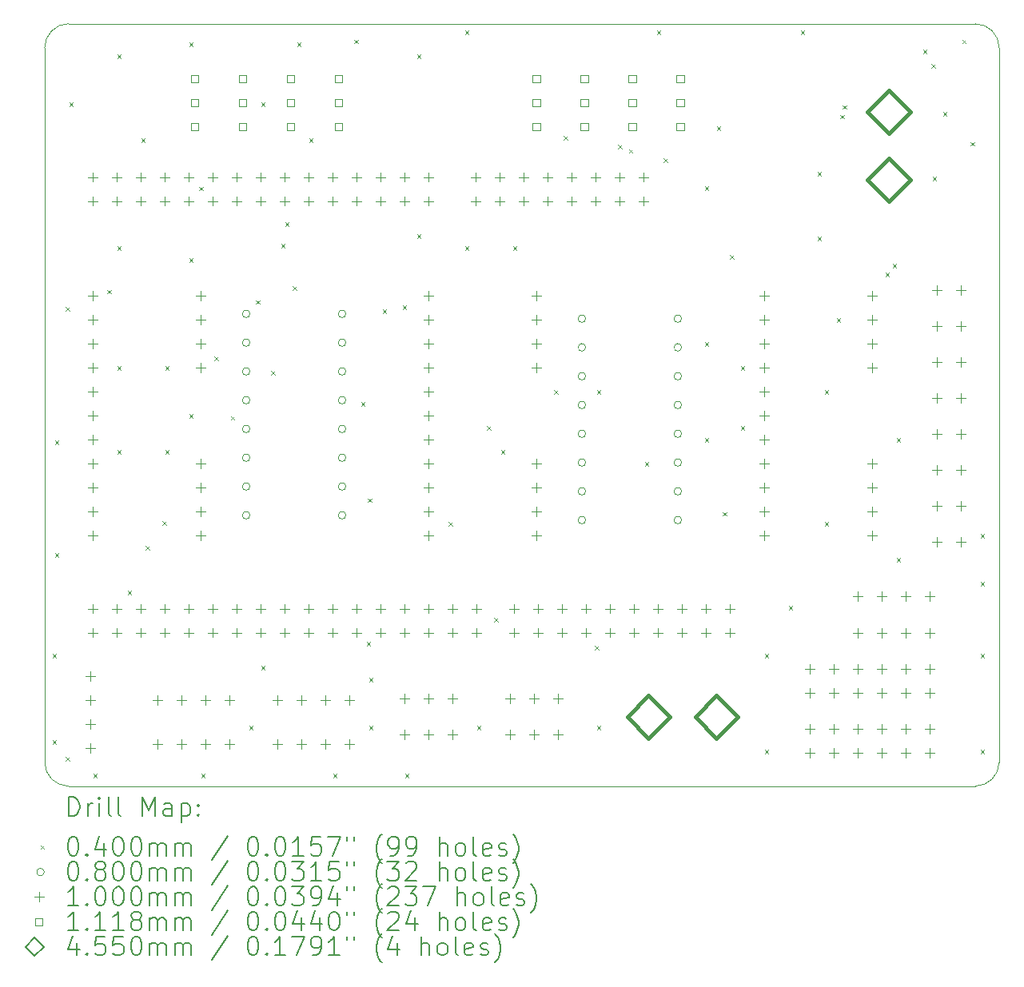
<source format=gbr>
%TF.GenerationSoftware,KiCad,Pcbnew,8.0.3*%
%TF.CreationDate,2025-03-10T19:13:27+09:00*%
%TF.ProjectId,F767ZI_MB_V1.3,46373637-5a49-45f4-9d42-5f56312e332e,rev?*%
%TF.SameCoordinates,Original*%
%TF.FileFunction,Drillmap*%
%TF.FilePolarity,Positive*%
%FSLAX45Y45*%
G04 Gerber Fmt 4.5, Leading zero omitted, Abs format (unit mm)*
G04 Created by KiCad (PCBNEW 8.0.3) date 2025-03-10 19:13:27*
%MOMM*%
%LPD*%
G01*
G04 APERTURE LIST*
%ADD10C,0.100000*%
%ADD11C,0.200000*%
%ADD12C,0.111760*%
%ADD13C,0.455000*%
G04 APERTURE END LIST*
D10*
X16764000Y-14072600D02*
X17221200Y-14072600D01*
X7366000Y-13716000D02*
X7366000Y-13818600D01*
X7620000Y-14072600D02*
G75*
G02*
X7366000Y-13818600I0J254000D01*
G01*
X17475200Y-13716000D02*
X17475200Y-13818600D01*
X7366000Y-13716000D02*
X7366000Y-6350000D01*
X16764000Y-5995400D02*
X7620000Y-5995400D01*
X17221200Y-5995400D02*
X16764000Y-5995400D01*
X7366000Y-6249400D02*
X7366000Y-6350000D01*
X17221200Y-5995400D02*
G75*
G02*
X17475200Y-6249400I0J-254000D01*
G01*
X7366000Y-6249400D02*
G75*
G02*
X7620000Y-5995400I254000J0D01*
G01*
X17475200Y-6249400D02*
X17475200Y-6350000D01*
X17475200Y-6350000D02*
X17475200Y-13716000D01*
X17475200Y-13818600D02*
G75*
G02*
X17221200Y-14072600I-254000J0D01*
G01*
X16764000Y-14072600D02*
X7620000Y-14072600D01*
D11*
D10*
X7447370Y-12670840D02*
X7487370Y-12710840D01*
X7487370Y-12670840D02*
X7447370Y-12710840D01*
X7447370Y-13585240D02*
X7487370Y-13625240D01*
X7487370Y-13585240D02*
X7447370Y-13625240D01*
X7472770Y-10410240D02*
X7512770Y-10450240D01*
X7512770Y-10410240D02*
X7472770Y-10450240D01*
X7472770Y-11604040D02*
X7512770Y-11644040D01*
X7512770Y-11604040D02*
X7472770Y-11644040D01*
X7585630Y-8993610D02*
X7625630Y-9033610D01*
X7625630Y-8993610D02*
X7585630Y-9033610D01*
X7585630Y-13765000D02*
X7625630Y-13805000D01*
X7625630Y-13765000D02*
X7585630Y-13805000D01*
X7625170Y-6828840D02*
X7665170Y-6868840D01*
X7665170Y-6828840D02*
X7625170Y-6868840D01*
X7879170Y-13940840D02*
X7919170Y-13980840D01*
X7919170Y-13940840D02*
X7879170Y-13980840D01*
X8027090Y-8813900D02*
X8067090Y-8853900D01*
X8067090Y-8813900D02*
X8027090Y-8853900D01*
X8133170Y-6320840D02*
X8173170Y-6360840D01*
X8173170Y-6320840D02*
X8133170Y-6360840D01*
X8133170Y-8352840D02*
X8173170Y-8392840D01*
X8173170Y-8352840D02*
X8133170Y-8392840D01*
X8133170Y-9622840D02*
X8173170Y-9662840D01*
X8173170Y-9622840D02*
X8133170Y-9662840D01*
X8133170Y-10511840D02*
X8173170Y-10551840D01*
X8173170Y-10511840D02*
X8133170Y-10551840D01*
X8243870Y-12001750D02*
X8283870Y-12041750D01*
X8283870Y-12001750D02*
X8243870Y-12041750D01*
X8387170Y-7209840D02*
X8427170Y-7249840D01*
X8427170Y-7209840D02*
X8387170Y-7249840D01*
X8431770Y-11527070D02*
X8471770Y-11567070D01*
X8471770Y-11527070D02*
X8431770Y-11567070D01*
X8613180Y-11264130D02*
X8653180Y-11304130D01*
X8653180Y-11264130D02*
X8613180Y-11304130D01*
X8641170Y-9622840D02*
X8681170Y-9662840D01*
X8681170Y-9622840D02*
X8641170Y-9662840D01*
X8641170Y-10511840D02*
X8681170Y-10551840D01*
X8681170Y-10511840D02*
X8641170Y-10551840D01*
X8895170Y-6193840D02*
X8935170Y-6233840D01*
X8935170Y-6193840D02*
X8895170Y-6233840D01*
X8895170Y-8479840D02*
X8935170Y-8519840D01*
X8935170Y-8479840D02*
X8895170Y-8519840D01*
X8895170Y-10130840D02*
X8935170Y-10170840D01*
X8935170Y-10130840D02*
X8895170Y-10170840D01*
X9002390Y-7721630D02*
X9042390Y-7761630D01*
X9042390Y-7721630D02*
X9002390Y-7761630D01*
X9022170Y-13940840D02*
X9062170Y-13980840D01*
X9062170Y-13940840D02*
X9022170Y-13980840D01*
X9163870Y-9518650D02*
X9203870Y-9558650D01*
X9203870Y-9518650D02*
X9163870Y-9558650D01*
X9336000Y-10153250D02*
X9376000Y-10193250D01*
X9376000Y-10153250D02*
X9336000Y-10193250D01*
X9530170Y-13432840D02*
X9570170Y-13472840D01*
X9570170Y-13432840D02*
X9530170Y-13472840D01*
X9600820Y-8925110D02*
X9640820Y-8965110D01*
X9640820Y-8925110D02*
X9600820Y-8965110D01*
X9657170Y-6828840D02*
X9697170Y-6868840D01*
X9697170Y-6828840D02*
X9657170Y-6868840D01*
X9657170Y-12797840D02*
X9697170Y-12837840D01*
X9697170Y-12797840D02*
X9657170Y-12837840D01*
X9761790Y-9676130D02*
X9801790Y-9716130D01*
X9801790Y-9676130D02*
X9761790Y-9716130D01*
X9869630Y-8325960D02*
X9909630Y-8365960D01*
X9909630Y-8325960D02*
X9869630Y-8365960D01*
X9911170Y-8098840D02*
X9951170Y-8138840D01*
X9951170Y-8098840D02*
X9911170Y-8138840D01*
X9994570Y-8777750D02*
X10034570Y-8817750D01*
X10034570Y-8777750D02*
X9994570Y-8817750D01*
X10038170Y-6193840D02*
X10078170Y-6233840D01*
X10078170Y-6193840D02*
X10038170Y-6233840D01*
X10165170Y-7209840D02*
X10205170Y-7249840D01*
X10205170Y-7209840D02*
X10165170Y-7249840D01*
X10419170Y-13940840D02*
X10459170Y-13980840D01*
X10459170Y-13940840D02*
X10419170Y-13980840D01*
X10647520Y-6163600D02*
X10687520Y-6203600D01*
X10687520Y-6163600D02*
X10647520Y-6203600D01*
X10716920Y-10006450D02*
X10756920Y-10046450D01*
X10756920Y-10006450D02*
X10716920Y-10046450D01*
X10775000Y-12543670D02*
X10815000Y-12583670D01*
X10815000Y-12543670D02*
X10775000Y-12583670D01*
X10789590Y-11024710D02*
X10829590Y-11064710D01*
X10829590Y-11024710D02*
X10789590Y-11064710D01*
X10800170Y-12924840D02*
X10840170Y-12964840D01*
X10840170Y-12924840D02*
X10800170Y-12964840D01*
X10800170Y-13432840D02*
X10840170Y-13472840D01*
X10840170Y-13432840D02*
X10800170Y-13472840D01*
X10944460Y-9019970D02*
X10984460Y-9059970D01*
X10984460Y-9019970D02*
X10944460Y-9059970D01*
X11156000Y-8979060D02*
X11196000Y-9019060D01*
X11196000Y-8979060D02*
X11156000Y-9019060D01*
X11181170Y-13940840D02*
X11221170Y-13980840D01*
X11221170Y-13940840D02*
X11181170Y-13980840D01*
X11308170Y-6320840D02*
X11348170Y-6360840D01*
X11348170Y-6320840D02*
X11308170Y-6360840D01*
X11308170Y-8225840D02*
X11348170Y-8265840D01*
X11348170Y-8225840D02*
X11308170Y-8265840D01*
X11640930Y-11271290D02*
X11680930Y-11311290D01*
X11680930Y-11271290D02*
X11640930Y-11311290D01*
X11816170Y-6066840D02*
X11856170Y-6106840D01*
X11856170Y-6066840D02*
X11816170Y-6106840D01*
X11816170Y-8352840D02*
X11856170Y-8392840D01*
X11856170Y-8352840D02*
X11816170Y-8392840D01*
X11943170Y-13432840D02*
X11983170Y-13472840D01*
X11983170Y-13432840D02*
X11943170Y-13472840D01*
X12051890Y-10255300D02*
X12091890Y-10295300D01*
X12091890Y-10255300D02*
X12051890Y-10295300D01*
X12126020Y-12289670D02*
X12166020Y-12329670D01*
X12166020Y-12289670D02*
X12126020Y-12329670D01*
X12197170Y-10511840D02*
X12237170Y-10551840D01*
X12237170Y-10511840D02*
X12197170Y-10551840D01*
X12324170Y-8352840D02*
X12364170Y-8392840D01*
X12364170Y-8352840D02*
X12324170Y-8392840D01*
X12761720Y-9878980D02*
X12801720Y-9918980D01*
X12801720Y-9878980D02*
X12761720Y-9918980D01*
X12862810Y-7181550D02*
X12902810Y-7221550D01*
X12902810Y-7181550D02*
X12862810Y-7221550D01*
X13193250Y-12589120D02*
X13233250Y-12629120D01*
X13233250Y-12589120D02*
X13193250Y-12629120D01*
X13213170Y-9876840D02*
X13253170Y-9916840D01*
X13253170Y-9876840D02*
X13213170Y-9916840D01*
X13213170Y-13432840D02*
X13253170Y-13472840D01*
X13253170Y-13432840D02*
X13213170Y-13472840D01*
X13436560Y-7275950D02*
X13476560Y-7315950D01*
X13476560Y-7275950D02*
X13436560Y-7315950D01*
X13552610Y-7324470D02*
X13592610Y-7364470D01*
X13592610Y-7324470D02*
X13552610Y-7364470D01*
X13721170Y-10638840D02*
X13761170Y-10678840D01*
X13761170Y-10638840D02*
X13721170Y-10678840D01*
X13848170Y-6066840D02*
X13888170Y-6106840D01*
X13888170Y-6066840D02*
X13848170Y-6106840D01*
X13924180Y-7421150D02*
X13964180Y-7461150D01*
X13964180Y-7421150D02*
X13924180Y-7461150D01*
X14356170Y-7717840D02*
X14396170Y-7757840D01*
X14396170Y-7717840D02*
X14356170Y-7757840D01*
X14356170Y-9368840D02*
X14396170Y-9408840D01*
X14396170Y-9368840D02*
X14356170Y-9408840D01*
X14356170Y-10384840D02*
X14396170Y-10424840D01*
X14396170Y-10384840D02*
X14356170Y-10424840D01*
X14483170Y-7082840D02*
X14523170Y-7122840D01*
X14523170Y-7082840D02*
X14483170Y-7122840D01*
X14545330Y-11168760D02*
X14585330Y-11208760D01*
X14585330Y-11168760D02*
X14545330Y-11208760D01*
X14621220Y-8445100D02*
X14661220Y-8485100D01*
X14661220Y-8445100D02*
X14621220Y-8485100D01*
X14737170Y-9622840D02*
X14777170Y-9662840D01*
X14777170Y-9622840D02*
X14737170Y-9662840D01*
X14737170Y-10257840D02*
X14777170Y-10297840D01*
X14777170Y-10257840D02*
X14737170Y-10297840D01*
X14991170Y-12670840D02*
X15031170Y-12710840D01*
X15031170Y-12670840D02*
X14991170Y-12710840D01*
X14991170Y-13686840D02*
X15031170Y-13726840D01*
X15031170Y-13686840D02*
X14991170Y-13726840D01*
X15245170Y-12162840D02*
X15285170Y-12202840D01*
X15285170Y-12162840D02*
X15245170Y-12202840D01*
X15372170Y-6066840D02*
X15412170Y-6106840D01*
X15412170Y-6066840D02*
X15372170Y-6106840D01*
X15549970Y-7565440D02*
X15589970Y-7605440D01*
X15589970Y-7565440D02*
X15549970Y-7605440D01*
X15549970Y-8251240D02*
X15589970Y-8291240D01*
X15589970Y-8251240D02*
X15549970Y-8291240D01*
X15626170Y-9876840D02*
X15666170Y-9916840D01*
X15666170Y-9876840D02*
X15626170Y-9916840D01*
X15626170Y-11273840D02*
X15666170Y-11313840D01*
X15666170Y-11273840D02*
X15626170Y-11313840D01*
X15753170Y-9114840D02*
X15793170Y-9154840D01*
X15793170Y-9114840D02*
X15753170Y-9154840D01*
X15794980Y-6959690D02*
X15834980Y-6999690D01*
X15834980Y-6959690D02*
X15794980Y-6999690D01*
X15815740Y-6859020D02*
X15855740Y-6899020D01*
X15855740Y-6859020D02*
X15815740Y-6899020D01*
X16271690Y-8631570D02*
X16311690Y-8671570D01*
X16311690Y-8631570D02*
X16271690Y-8671570D01*
X16347000Y-8538950D02*
X16387000Y-8578950D01*
X16387000Y-8538950D02*
X16347000Y-8578950D01*
X16388170Y-10384840D02*
X16428170Y-10424840D01*
X16428170Y-10384840D02*
X16388170Y-10424840D01*
X16388170Y-11654840D02*
X16428170Y-11694840D01*
X16428170Y-11654840D02*
X16388170Y-11694840D01*
X16667570Y-6270040D02*
X16707570Y-6310040D01*
X16707570Y-6270040D02*
X16667570Y-6310040D01*
X16759610Y-6424080D02*
X16799610Y-6464080D01*
X16799610Y-6424080D02*
X16759610Y-6464080D01*
X16769170Y-7616240D02*
X16809170Y-7656240D01*
X16809170Y-7616240D02*
X16769170Y-7656240D01*
X16880960Y-6929180D02*
X16920960Y-6969180D01*
X16920960Y-6929180D02*
X16880960Y-6969180D01*
X17084550Y-6163760D02*
X17124550Y-6203760D01*
X17124550Y-6163760D02*
X17084550Y-6203760D01*
X17170750Y-7248590D02*
X17210750Y-7288590D01*
X17210750Y-7248590D02*
X17170750Y-7288590D01*
X17277170Y-11400840D02*
X17317170Y-11440840D01*
X17317170Y-11400840D02*
X17277170Y-11440840D01*
X17277170Y-11908840D02*
X17317170Y-11948840D01*
X17317170Y-11908840D02*
X17277170Y-11948840D01*
X17277170Y-12670840D02*
X17317170Y-12710840D01*
X17317170Y-12670840D02*
X17277170Y-12710840D01*
X17277170Y-13686840D02*
X17317170Y-13726840D01*
X17317170Y-13686840D02*
X17277170Y-13726840D01*
X9539600Y-9068800D02*
G75*
G02*
X9459600Y-9068800I-40000J0D01*
G01*
X9459600Y-9068800D02*
G75*
G02*
X9539600Y-9068800I40000J0D01*
G01*
X9539600Y-9373600D02*
G75*
G02*
X9459600Y-9373600I-40000J0D01*
G01*
X9459600Y-9373600D02*
G75*
G02*
X9539600Y-9373600I40000J0D01*
G01*
X9539600Y-9678400D02*
G75*
G02*
X9459600Y-9678400I-40000J0D01*
G01*
X9459600Y-9678400D02*
G75*
G02*
X9539600Y-9678400I40000J0D01*
G01*
X9539600Y-9983200D02*
G75*
G02*
X9459600Y-9983200I-40000J0D01*
G01*
X9459600Y-9983200D02*
G75*
G02*
X9539600Y-9983200I40000J0D01*
G01*
X9539600Y-10288000D02*
G75*
G02*
X9459600Y-10288000I-40000J0D01*
G01*
X9459600Y-10288000D02*
G75*
G02*
X9539600Y-10288000I40000J0D01*
G01*
X9539600Y-10592800D02*
G75*
G02*
X9459600Y-10592800I-40000J0D01*
G01*
X9459600Y-10592800D02*
G75*
G02*
X9539600Y-10592800I40000J0D01*
G01*
X9539600Y-10897600D02*
G75*
G02*
X9459600Y-10897600I-40000J0D01*
G01*
X9459600Y-10897600D02*
G75*
G02*
X9539600Y-10897600I40000J0D01*
G01*
X9539600Y-11202400D02*
G75*
G02*
X9459600Y-11202400I-40000J0D01*
G01*
X9459600Y-11202400D02*
G75*
G02*
X9539600Y-11202400I40000J0D01*
G01*
X10555600Y-9068800D02*
G75*
G02*
X10475600Y-9068800I-40000J0D01*
G01*
X10475600Y-9068800D02*
G75*
G02*
X10555600Y-9068800I40000J0D01*
G01*
X10555600Y-9373600D02*
G75*
G02*
X10475600Y-9373600I-40000J0D01*
G01*
X10475600Y-9373600D02*
G75*
G02*
X10555600Y-9373600I40000J0D01*
G01*
X10555600Y-9678400D02*
G75*
G02*
X10475600Y-9678400I-40000J0D01*
G01*
X10475600Y-9678400D02*
G75*
G02*
X10555600Y-9678400I40000J0D01*
G01*
X10555600Y-9983200D02*
G75*
G02*
X10475600Y-9983200I-40000J0D01*
G01*
X10475600Y-9983200D02*
G75*
G02*
X10555600Y-9983200I40000J0D01*
G01*
X10555600Y-10288000D02*
G75*
G02*
X10475600Y-10288000I-40000J0D01*
G01*
X10475600Y-10288000D02*
G75*
G02*
X10555600Y-10288000I40000J0D01*
G01*
X10555600Y-10592800D02*
G75*
G02*
X10475600Y-10592800I-40000J0D01*
G01*
X10475600Y-10592800D02*
G75*
G02*
X10555600Y-10592800I40000J0D01*
G01*
X10555600Y-10897600D02*
G75*
G02*
X10475600Y-10897600I-40000J0D01*
G01*
X10475600Y-10897600D02*
G75*
G02*
X10555600Y-10897600I40000J0D01*
G01*
X10555600Y-11202400D02*
G75*
G02*
X10475600Y-11202400I-40000J0D01*
G01*
X10475600Y-11202400D02*
G75*
G02*
X10555600Y-11202400I40000J0D01*
G01*
X13095600Y-9119600D02*
G75*
G02*
X13015600Y-9119600I-40000J0D01*
G01*
X13015600Y-9119600D02*
G75*
G02*
X13095600Y-9119600I40000J0D01*
G01*
X13095600Y-9423000D02*
G75*
G02*
X13015600Y-9423000I-40000J0D01*
G01*
X13015600Y-9423000D02*
G75*
G02*
X13095600Y-9423000I40000J0D01*
G01*
X13095600Y-9729200D02*
G75*
G02*
X13015600Y-9729200I-40000J0D01*
G01*
X13015600Y-9729200D02*
G75*
G02*
X13095600Y-9729200I40000J0D01*
G01*
X13095600Y-10034000D02*
G75*
G02*
X13015600Y-10034000I-40000J0D01*
G01*
X13015600Y-10034000D02*
G75*
G02*
X13095600Y-10034000I40000J0D01*
G01*
X13095600Y-10338800D02*
G75*
G02*
X13015600Y-10338800I-40000J0D01*
G01*
X13015600Y-10338800D02*
G75*
G02*
X13095600Y-10338800I40000J0D01*
G01*
X13095600Y-10643600D02*
G75*
G02*
X13015600Y-10643600I-40000J0D01*
G01*
X13015600Y-10643600D02*
G75*
G02*
X13095600Y-10643600I40000J0D01*
G01*
X13095600Y-10948400D02*
G75*
G02*
X13015600Y-10948400I-40000J0D01*
G01*
X13015600Y-10948400D02*
G75*
G02*
X13095600Y-10948400I40000J0D01*
G01*
X13095600Y-11253200D02*
G75*
G02*
X13015600Y-11253200I-40000J0D01*
G01*
X13015600Y-11253200D02*
G75*
G02*
X13095600Y-11253200I40000J0D01*
G01*
X14111600Y-9119600D02*
G75*
G02*
X14031600Y-9119600I-40000J0D01*
G01*
X14031600Y-9119600D02*
G75*
G02*
X14111600Y-9119600I40000J0D01*
G01*
X14111600Y-9423000D02*
G75*
G02*
X14031600Y-9423000I-40000J0D01*
G01*
X14031600Y-9423000D02*
G75*
G02*
X14111600Y-9423000I40000J0D01*
G01*
X14111600Y-9729200D02*
G75*
G02*
X14031600Y-9729200I-40000J0D01*
G01*
X14031600Y-9729200D02*
G75*
G02*
X14111600Y-9729200I40000J0D01*
G01*
X14111600Y-10034000D02*
G75*
G02*
X14031600Y-10034000I-40000J0D01*
G01*
X14031600Y-10034000D02*
G75*
G02*
X14111600Y-10034000I40000J0D01*
G01*
X14111600Y-10338800D02*
G75*
G02*
X14031600Y-10338800I-40000J0D01*
G01*
X14031600Y-10338800D02*
G75*
G02*
X14111600Y-10338800I40000J0D01*
G01*
X14111600Y-10643600D02*
G75*
G02*
X14031600Y-10643600I-40000J0D01*
G01*
X14031600Y-10643600D02*
G75*
G02*
X14111600Y-10643600I40000J0D01*
G01*
X14111600Y-10948400D02*
G75*
G02*
X14031600Y-10948400I-40000J0D01*
G01*
X14031600Y-10948400D02*
G75*
G02*
X14111600Y-10948400I40000J0D01*
G01*
X14111600Y-11253200D02*
G75*
G02*
X14031600Y-11253200I-40000J0D01*
G01*
X14031600Y-11253200D02*
G75*
G02*
X14111600Y-11253200I40000J0D01*
G01*
X7848600Y-12854200D02*
X7848600Y-12954200D01*
X7798600Y-12904200D02*
X7898600Y-12904200D01*
X7848600Y-13108200D02*
X7848600Y-13208200D01*
X7798600Y-13158200D02*
X7898600Y-13158200D01*
X7848600Y-13362200D02*
X7848600Y-13462200D01*
X7798600Y-13412200D02*
X7898600Y-13412200D01*
X7848600Y-13616200D02*
X7848600Y-13716200D01*
X7798600Y-13666200D02*
X7898600Y-13666200D01*
X7874000Y-7570000D02*
X7874000Y-7670000D01*
X7824000Y-7620000D02*
X7924000Y-7620000D01*
X7874000Y-7824000D02*
X7874000Y-7924000D01*
X7824000Y-7874000D02*
X7924000Y-7874000D01*
X7874000Y-8828300D02*
X7874000Y-8928300D01*
X7824000Y-8878300D02*
X7924000Y-8878300D01*
X7874000Y-9082300D02*
X7874000Y-9182300D01*
X7824000Y-9132300D02*
X7924000Y-9132300D01*
X7874000Y-9336300D02*
X7874000Y-9436300D01*
X7824000Y-9386300D02*
X7924000Y-9386300D01*
X7874000Y-9590300D02*
X7874000Y-9690300D01*
X7824000Y-9640300D02*
X7924000Y-9640300D01*
X7874000Y-9844300D02*
X7874000Y-9944300D01*
X7824000Y-9894300D02*
X7924000Y-9894300D01*
X7874000Y-10098300D02*
X7874000Y-10198300D01*
X7824000Y-10148300D02*
X7924000Y-10148300D01*
X7874000Y-10352300D02*
X7874000Y-10452300D01*
X7824000Y-10402300D02*
X7924000Y-10402300D01*
X7874000Y-10606300D02*
X7874000Y-10706300D01*
X7824000Y-10656300D02*
X7924000Y-10656300D01*
X7874000Y-10860300D02*
X7874000Y-10960300D01*
X7824000Y-10910300D02*
X7924000Y-10910300D01*
X7874000Y-11114300D02*
X7874000Y-11214300D01*
X7824000Y-11164300D02*
X7924000Y-11164300D01*
X7874000Y-11368300D02*
X7874000Y-11468300D01*
X7824000Y-11418300D02*
X7924000Y-11418300D01*
X7874000Y-12142000D02*
X7874000Y-12242000D01*
X7824000Y-12192000D02*
X7924000Y-12192000D01*
X7874000Y-12396000D02*
X7874000Y-12496000D01*
X7824000Y-12446000D02*
X7924000Y-12446000D01*
X8128000Y-7570000D02*
X8128000Y-7670000D01*
X8078000Y-7620000D02*
X8178000Y-7620000D01*
X8128000Y-7824000D02*
X8128000Y-7924000D01*
X8078000Y-7874000D02*
X8178000Y-7874000D01*
X8128000Y-12142000D02*
X8128000Y-12242000D01*
X8078000Y-12192000D02*
X8178000Y-12192000D01*
X8128000Y-12396000D02*
X8128000Y-12496000D01*
X8078000Y-12446000D02*
X8178000Y-12446000D01*
X8382000Y-7570000D02*
X8382000Y-7670000D01*
X8332000Y-7620000D02*
X8432000Y-7620000D01*
X8382000Y-7824000D02*
X8382000Y-7924000D01*
X8332000Y-7874000D02*
X8432000Y-7874000D01*
X8382000Y-12142000D02*
X8382000Y-12242000D01*
X8332000Y-12192000D02*
X8432000Y-12192000D01*
X8382000Y-12396000D02*
X8382000Y-12496000D01*
X8332000Y-12446000D02*
X8432000Y-12446000D01*
X8560800Y-13108200D02*
X8560800Y-13208200D01*
X8510800Y-13158200D02*
X8610800Y-13158200D01*
X8560800Y-13573200D02*
X8560800Y-13673200D01*
X8510800Y-13623200D02*
X8610800Y-13623200D01*
X8636000Y-7570000D02*
X8636000Y-7670000D01*
X8586000Y-7620000D02*
X8686000Y-7620000D01*
X8636000Y-7824000D02*
X8636000Y-7924000D01*
X8586000Y-7874000D02*
X8686000Y-7874000D01*
X8636000Y-12142000D02*
X8636000Y-12242000D01*
X8586000Y-12192000D02*
X8686000Y-12192000D01*
X8636000Y-12396000D02*
X8636000Y-12496000D01*
X8586000Y-12446000D02*
X8686000Y-12446000D01*
X8814800Y-13108200D02*
X8814800Y-13208200D01*
X8764800Y-13158200D02*
X8864800Y-13158200D01*
X8814800Y-13573200D02*
X8814800Y-13673200D01*
X8764800Y-13623200D02*
X8864800Y-13623200D01*
X8890000Y-7570000D02*
X8890000Y-7670000D01*
X8840000Y-7620000D02*
X8940000Y-7620000D01*
X8890000Y-7824000D02*
X8890000Y-7924000D01*
X8840000Y-7874000D02*
X8940000Y-7874000D01*
X8890000Y-12142000D02*
X8890000Y-12242000D01*
X8840000Y-12192000D02*
X8940000Y-12192000D01*
X8890000Y-12396000D02*
X8890000Y-12496000D01*
X8840000Y-12446000D02*
X8940000Y-12446000D01*
X9017000Y-8828300D02*
X9017000Y-8928300D01*
X8967000Y-8878300D02*
X9067000Y-8878300D01*
X9017000Y-9082300D02*
X9017000Y-9182300D01*
X8967000Y-9132300D02*
X9067000Y-9132300D01*
X9017000Y-9336300D02*
X9017000Y-9436300D01*
X8967000Y-9386300D02*
X9067000Y-9386300D01*
X9017000Y-9590300D02*
X9017000Y-9690300D01*
X8967000Y-9640300D02*
X9067000Y-9640300D01*
X9017000Y-10606300D02*
X9017000Y-10706300D01*
X8967000Y-10656300D02*
X9067000Y-10656300D01*
X9017000Y-10860300D02*
X9017000Y-10960300D01*
X8967000Y-10910300D02*
X9067000Y-10910300D01*
X9017000Y-11114300D02*
X9017000Y-11214300D01*
X8967000Y-11164300D02*
X9067000Y-11164300D01*
X9017000Y-11368300D02*
X9017000Y-11468300D01*
X8967000Y-11418300D02*
X9067000Y-11418300D01*
X9068800Y-13108200D02*
X9068800Y-13208200D01*
X9018800Y-13158200D02*
X9118800Y-13158200D01*
X9068800Y-13573200D02*
X9068800Y-13673200D01*
X9018800Y-13623200D02*
X9118800Y-13623200D01*
X9144000Y-7570000D02*
X9144000Y-7670000D01*
X9094000Y-7620000D02*
X9194000Y-7620000D01*
X9144000Y-7824000D02*
X9144000Y-7924000D01*
X9094000Y-7874000D02*
X9194000Y-7874000D01*
X9144000Y-12142000D02*
X9144000Y-12242000D01*
X9094000Y-12192000D02*
X9194000Y-12192000D01*
X9144000Y-12396000D02*
X9144000Y-12496000D01*
X9094000Y-12446000D02*
X9194000Y-12446000D01*
X9322800Y-13108200D02*
X9322800Y-13208200D01*
X9272800Y-13158200D02*
X9372800Y-13158200D01*
X9322800Y-13573200D02*
X9322800Y-13673200D01*
X9272800Y-13623200D02*
X9372800Y-13623200D01*
X9398000Y-7570000D02*
X9398000Y-7670000D01*
X9348000Y-7620000D02*
X9448000Y-7620000D01*
X9398000Y-7824000D02*
X9398000Y-7924000D01*
X9348000Y-7874000D02*
X9448000Y-7874000D01*
X9398000Y-12142000D02*
X9398000Y-12242000D01*
X9348000Y-12192000D02*
X9448000Y-12192000D01*
X9398000Y-12396000D02*
X9398000Y-12496000D01*
X9348000Y-12446000D02*
X9448000Y-12446000D01*
X9652000Y-7570000D02*
X9652000Y-7670000D01*
X9602000Y-7620000D02*
X9702000Y-7620000D01*
X9652000Y-7824000D02*
X9652000Y-7924000D01*
X9602000Y-7874000D02*
X9702000Y-7874000D01*
X9652000Y-12142000D02*
X9652000Y-12242000D01*
X9602000Y-12192000D02*
X9702000Y-12192000D01*
X9652000Y-12396000D02*
X9652000Y-12496000D01*
X9602000Y-12446000D02*
X9702000Y-12446000D01*
X9830800Y-13108200D02*
X9830800Y-13208200D01*
X9780800Y-13158200D02*
X9880800Y-13158200D01*
X9830800Y-13573200D02*
X9830800Y-13673200D01*
X9780800Y-13623200D02*
X9880800Y-13623200D01*
X9906000Y-7570000D02*
X9906000Y-7670000D01*
X9856000Y-7620000D02*
X9956000Y-7620000D01*
X9906000Y-7824000D02*
X9906000Y-7924000D01*
X9856000Y-7874000D02*
X9956000Y-7874000D01*
X9906000Y-12142000D02*
X9906000Y-12242000D01*
X9856000Y-12192000D02*
X9956000Y-12192000D01*
X9906000Y-12396000D02*
X9906000Y-12496000D01*
X9856000Y-12446000D02*
X9956000Y-12446000D01*
X10084800Y-13108200D02*
X10084800Y-13208200D01*
X10034800Y-13158200D02*
X10134800Y-13158200D01*
X10084800Y-13573200D02*
X10084800Y-13673200D01*
X10034800Y-13623200D02*
X10134800Y-13623200D01*
X10160000Y-7570000D02*
X10160000Y-7670000D01*
X10110000Y-7620000D02*
X10210000Y-7620000D01*
X10160000Y-7824000D02*
X10160000Y-7924000D01*
X10110000Y-7874000D02*
X10210000Y-7874000D01*
X10160000Y-12142000D02*
X10160000Y-12242000D01*
X10110000Y-12192000D02*
X10210000Y-12192000D01*
X10160000Y-12396000D02*
X10160000Y-12496000D01*
X10110000Y-12446000D02*
X10210000Y-12446000D01*
X10338800Y-13108200D02*
X10338800Y-13208200D01*
X10288800Y-13158200D02*
X10388800Y-13158200D01*
X10338800Y-13573200D02*
X10338800Y-13673200D01*
X10288800Y-13623200D02*
X10388800Y-13623200D01*
X10414000Y-7570000D02*
X10414000Y-7670000D01*
X10364000Y-7620000D02*
X10464000Y-7620000D01*
X10414000Y-7824000D02*
X10414000Y-7924000D01*
X10364000Y-7874000D02*
X10464000Y-7874000D01*
X10414000Y-12142000D02*
X10414000Y-12242000D01*
X10364000Y-12192000D02*
X10464000Y-12192000D01*
X10414000Y-12396000D02*
X10414000Y-12496000D01*
X10364000Y-12446000D02*
X10464000Y-12446000D01*
X10592800Y-13108200D02*
X10592800Y-13208200D01*
X10542800Y-13158200D02*
X10642800Y-13158200D01*
X10592800Y-13573200D02*
X10592800Y-13673200D01*
X10542800Y-13623200D02*
X10642800Y-13623200D01*
X10668000Y-7570000D02*
X10668000Y-7670000D01*
X10618000Y-7620000D02*
X10718000Y-7620000D01*
X10668000Y-7824000D02*
X10668000Y-7924000D01*
X10618000Y-7874000D02*
X10718000Y-7874000D01*
X10668000Y-12142000D02*
X10668000Y-12242000D01*
X10618000Y-12192000D02*
X10718000Y-12192000D01*
X10668000Y-12396000D02*
X10668000Y-12496000D01*
X10618000Y-12446000D02*
X10718000Y-12446000D01*
X10922000Y-7570000D02*
X10922000Y-7670000D01*
X10872000Y-7620000D02*
X10972000Y-7620000D01*
X10922000Y-7824000D02*
X10922000Y-7924000D01*
X10872000Y-7874000D02*
X10972000Y-7874000D01*
X10922000Y-12142000D02*
X10922000Y-12242000D01*
X10872000Y-12192000D02*
X10972000Y-12192000D01*
X10922000Y-12396000D02*
X10922000Y-12496000D01*
X10872000Y-12446000D02*
X10972000Y-12446000D01*
X11176000Y-7570000D02*
X11176000Y-7670000D01*
X11126000Y-7620000D02*
X11226000Y-7620000D01*
X11176000Y-7824000D02*
X11176000Y-7924000D01*
X11126000Y-7874000D02*
X11226000Y-7874000D01*
X11176000Y-12142000D02*
X11176000Y-12242000D01*
X11126000Y-12192000D02*
X11226000Y-12192000D01*
X11176000Y-12396000D02*
X11176000Y-12496000D01*
X11126000Y-12446000D02*
X11226000Y-12446000D01*
X11176000Y-13095500D02*
X11176000Y-13195500D01*
X11126000Y-13145500D02*
X11226000Y-13145500D01*
X11176000Y-13476500D02*
X11176000Y-13576500D01*
X11126000Y-13526500D02*
X11226000Y-13526500D01*
X11430000Y-7570000D02*
X11430000Y-7670000D01*
X11380000Y-7620000D02*
X11480000Y-7620000D01*
X11430000Y-7824000D02*
X11430000Y-7924000D01*
X11380000Y-7874000D02*
X11480000Y-7874000D01*
X11430000Y-8828300D02*
X11430000Y-8928300D01*
X11380000Y-8878300D02*
X11480000Y-8878300D01*
X11430000Y-9082300D02*
X11430000Y-9182300D01*
X11380000Y-9132300D02*
X11480000Y-9132300D01*
X11430000Y-9336300D02*
X11430000Y-9436300D01*
X11380000Y-9386300D02*
X11480000Y-9386300D01*
X11430000Y-9590300D02*
X11430000Y-9690300D01*
X11380000Y-9640300D02*
X11480000Y-9640300D01*
X11430000Y-9844300D02*
X11430000Y-9944300D01*
X11380000Y-9894300D02*
X11480000Y-9894300D01*
X11430000Y-10098300D02*
X11430000Y-10198300D01*
X11380000Y-10148300D02*
X11480000Y-10148300D01*
X11430000Y-10352300D02*
X11430000Y-10452300D01*
X11380000Y-10402300D02*
X11480000Y-10402300D01*
X11430000Y-10606300D02*
X11430000Y-10706300D01*
X11380000Y-10656300D02*
X11480000Y-10656300D01*
X11430000Y-10860300D02*
X11430000Y-10960300D01*
X11380000Y-10910300D02*
X11480000Y-10910300D01*
X11430000Y-11114300D02*
X11430000Y-11214300D01*
X11380000Y-11164300D02*
X11480000Y-11164300D01*
X11430000Y-11368300D02*
X11430000Y-11468300D01*
X11380000Y-11418300D02*
X11480000Y-11418300D01*
X11430000Y-12142000D02*
X11430000Y-12242000D01*
X11380000Y-12192000D02*
X11480000Y-12192000D01*
X11430000Y-12396000D02*
X11430000Y-12496000D01*
X11380000Y-12446000D02*
X11480000Y-12446000D01*
X11430000Y-13095500D02*
X11430000Y-13195500D01*
X11380000Y-13145500D02*
X11480000Y-13145500D01*
X11430000Y-13476500D02*
X11430000Y-13576500D01*
X11380000Y-13526500D02*
X11480000Y-13526500D01*
X11684000Y-12142000D02*
X11684000Y-12242000D01*
X11634000Y-12192000D02*
X11734000Y-12192000D01*
X11684000Y-12396000D02*
X11684000Y-12496000D01*
X11634000Y-12446000D02*
X11734000Y-12446000D01*
X11684000Y-13095500D02*
X11684000Y-13195500D01*
X11634000Y-13145500D02*
X11734000Y-13145500D01*
X11684000Y-13476500D02*
X11684000Y-13576500D01*
X11634000Y-13526500D02*
X11734000Y-13526500D01*
X11930000Y-7570000D02*
X11930000Y-7670000D01*
X11880000Y-7620000D02*
X11980000Y-7620000D01*
X11930000Y-7824000D02*
X11930000Y-7924000D01*
X11880000Y-7874000D02*
X11980000Y-7874000D01*
X11938000Y-12142000D02*
X11938000Y-12242000D01*
X11888000Y-12192000D02*
X11988000Y-12192000D01*
X11938000Y-12396000D02*
X11938000Y-12496000D01*
X11888000Y-12446000D02*
X11988000Y-12446000D01*
X12184000Y-7570000D02*
X12184000Y-7670000D01*
X12134000Y-7620000D02*
X12234000Y-7620000D01*
X12184000Y-7824000D02*
X12184000Y-7924000D01*
X12134000Y-7874000D02*
X12234000Y-7874000D01*
X12293600Y-13095500D02*
X12293600Y-13195500D01*
X12243600Y-13145500D02*
X12343600Y-13145500D01*
X12295100Y-13476500D02*
X12295100Y-13576500D01*
X12245100Y-13526500D02*
X12345100Y-13526500D01*
X12338000Y-12142000D02*
X12338000Y-12242000D01*
X12288000Y-12192000D02*
X12388000Y-12192000D01*
X12338000Y-12396000D02*
X12338000Y-12496000D01*
X12288000Y-12446000D02*
X12388000Y-12446000D01*
X12438000Y-7570000D02*
X12438000Y-7670000D01*
X12388000Y-7620000D02*
X12488000Y-7620000D01*
X12438000Y-7824000D02*
X12438000Y-7924000D01*
X12388000Y-7874000D02*
X12488000Y-7874000D01*
X12547600Y-13095500D02*
X12547600Y-13195500D01*
X12497600Y-13145500D02*
X12597600Y-13145500D01*
X12549100Y-13476500D02*
X12549100Y-13576500D01*
X12499100Y-13526500D02*
X12599100Y-13526500D01*
X12573000Y-8828300D02*
X12573000Y-8928300D01*
X12523000Y-8878300D02*
X12623000Y-8878300D01*
X12573000Y-9082300D02*
X12573000Y-9182300D01*
X12523000Y-9132300D02*
X12623000Y-9132300D01*
X12573000Y-9336300D02*
X12573000Y-9436300D01*
X12523000Y-9386300D02*
X12623000Y-9386300D01*
X12573000Y-9590300D02*
X12573000Y-9690300D01*
X12523000Y-9640300D02*
X12623000Y-9640300D01*
X12573000Y-10606300D02*
X12573000Y-10706300D01*
X12523000Y-10656300D02*
X12623000Y-10656300D01*
X12573000Y-10860300D02*
X12573000Y-10960300D01*
X12523000Y-10910300D02*
X12623000Y-10910300D01*
X12573000Y-11114300D02*
X12573000Y-11214300D01*
X12523000Y-11164300D02*
X12623000Y-11164300D01*
X12573000Y-11368300D02*
X12573000Y-11468300D01*
X12523000Y-11418300D02*
X12623000Y-11418300D01*
X12592000Y-12142000D02*
X12592000Y-12242000D01*
X12542000Y-12192000D02*
X12642000Y-12192000D01*
X12592000Y-12396000D02*
X12592000Y-12496000D01*
X12542000Y-12446000D02*
X12642000Y-12446000D01*
X12692000Y-7570000D02*
X12692000Y-7670000D01*
X12642000Y-7620000D02*
X12742000Y-7620000D01*
X12692000Y-7824000D02*
X12692000Y-7924000D01*
X12642000Y-7874000D02*
X12742000Y-7874000D01*
X12801600Y-13095500D02*
X12801600Y-13195500D01*
X12751600Y-13145500D02*
X12851600Y-13145500D01*
X12803100Y-13476500D02*
X12803100Y-13576500D01*
X12753100Y-13526500D02*
X12853100Y-13526500D01*
X12846000Y-12142000D02*
X12846000Y-12242000D01*
X12796000Y-12192000D02*
X12896000Y-12192000D01*
X12846000Y-12396000D02*
X12846000Y-12496000D01*
X12796000Y-12446000D02*
X12896000Y-12446000D01*
X12946000Y-7570000D02*
X12946000Y-7670000D01*
X12896000Y-7620000D02*
X12996000Y-7620000D01*
X12946000Y-7824000D02*
X12946000Y-7924000D01*
X12896000Y-7874000D02*
X12996000Y-7874000D01*
X13100000Y-12142000D02*
X13100000Y-12242000D01*
X13050000Y-12192000D02*
X13150000Y-12192000D01*
X13100000Y-12396000D02*
X13100000Y-12496000D01*
X13050000Y-12446000D02*
X13150000Y-12446000D01*
X13200000Y-7570000D02*
X13200000Y-7670000D01*
X13150000Y-7620000D02*
X13250000Y-7620000D01*
X13200000Y-7824000D02*
X13200000Y-7924000D01*
X13150000Y-7874000D02*
X13250000Y-7874000D01*
X13354000Y-12142000D02*
X13354000Y-12242000D01*
X13304000Y-12192000D02*
X13404000Y-12192000D01*
X13354000Y-12396000D02*
X13354000Y-12496000D01*
X13304000Y-12446000D02*
X13404000Y-12446000D01*
X13454000Y-7570000D02*
X13454000Y-7670000D01*
X13404000Y-7620000D02*
X13504000Y-7620000D01*
X13454000Y-7824000D02*
X13454000Y-7924000D01*
X13404000Y-7874000D02*
X13504000Y-7874000D01*
X13608000Y-12142000D02*
X13608000Y-12242000D01*
X13558000Y-12192000D02*
X13658000Y-12192000D01*
X13608000Y-12396000D02*
X13608000Y-12496000D01*
X13558000Y-12446000D02*
X13658000Y-12446000D01*
X13708000Y-7570000D02*
X13708000Y-7670000D01*
X13658000Y-7620000D02*
X13758000Y-7620000D01*
X13708000Y-7824000D02*
X13708000Y-7924000D01*
X13658000Y-7874000D02*
X13758000Y-7874000D01*
X13862000Y-12142000D02*
X13862000Y-12242000D01*
X13812000Y-12192000D02*
X13912000Y-12192000D01*
X13862000Y-12396000D02*
X13862000Y-12496000D01*
X13812000Y-12446000D02*
X13912000Y-12446000D01*
X14116000Y-12142000D02*
X14116000Y-12242000D01*
X14066000Y-12192000D02*
X14166000Y-12192000D01*
X14116000Y-12396000D02*
X14116000Y-12496000D01*
X14066000Y-12446000D02*
X14166000Y-12446000D01*
X14370000Y-12142000D02*
X14370000Y-12242000D01*
X14320000Y-12192000D02*
X14420000Y-12192000D01*
X14370000Y-12396000D02*
X14370000Y-12496000D01*
X14320000Y-12446000D02*
X14420000Y-12446000D01*
X14624000Y-12142000D02*
X14624000Y-12242000D01*
X14574000Y-12192000D02*
X14674000Y-12192000D01*
X14624000Y-12396000D02*
X14624000Y-12496000D01*
X14574000Y-12446000D02*
X14674000Y-12446000D01*
X14986000Y-8828300D02*
X14986000Y-8928300D01*
X14936000Y-8878300D02*
X15036000Y-8878300D01*
X14986000Y-9082300D02*
X14986000Y-9182300D01*
X14936000Y-9132300D02*
X15036000Y-9132300D01*
X14986000Y-9336300D02*
X14986000Y-9436300D01*
X14936000Y-9386300D02*
X15036000Y-9386300D01*
X14986000Y-9590300D02*
X14986000Y-9690300D01*
X14936000Y-9640300D02*
X15036000Y-9640300D01*
X14986000Y-9844300D02*
X14986000Y-9944300D01*
X14936000Y-9894300D02*
X15036000Y-9894300D01*
X14986000Y-10098300D02*
X14986000Y-10198300D01*
X14936000Y-10148300D02*
X15036000Y-10148300D01*
X14986000Y-10352300D02*
X14986000Y-10452300D01*
X14936000Y-10402300D02*
X15036000Y-10402300D01*
X14986000Y-10606300D02*
X14986000Y-10706300D01*
X14936000Y-10656300D02*
X15036000Y-10656300D01*
X14986000Y-10860300D02*
X14986000Y-10960300D01*
X14936000Y-10910300D02*
X15036000Y-10910300D01*
X14986000Y-11114300D02*
X14986000Y-11214300D01*
X14936000Y-11164300D02*
X15036000Y-11164300D01*
X14986000Y-11368300D02*
X14986000Y-11468300D01*
X14936000Y-11418300D02*
X15036000Y-11418300D01*
X15468600Y-12778000D02*
X15468600Y-12878000D01*
X15418600Y-12828000D02*
X15518600Y-12828000D01*
X15468600Y-13032000D02*
X15468600Y-13132000D01*
X15418600Y-13082000D02*
X15518600Y-13082000D01*
X15468600Y-13413000D02*
X15468600Y-13513000D01*
X15418600Y-13463000D02*
X15518600Y-13463000D01*
X15468600Y-13667000D02*
X15468600Y-13767000D01*
X15418600Y-13717000D02*
X15518600Y-13717000D01*
X15722600Y-12778000D02*
X15722600Y-12878000D01*
X15672600Y-12828000D02*
X15772600Y-12828000D01*
X15722600Y-13032000D02*
X15722600Y-13132000D01*
X15672600Y-13082000D02*
X15772600Y-13082000D01*
X15722600Y-13413000D02*
X15722600Y-13513000D01*
X15672600Y-13463000D02*
X15772600Y-13463000D01*
X15722600Y-13667000D02*
X15722600Y-13767000D01*
X15672600Y-13717000D02*
X15772600Y-13717000D01*
X15976600Y-12009400D02*
X15976600Y-12109400D01*
X15926600Y-12059400D02*
X16026600Y-12059400D01*
X15976600Y-12397000D02*
X15976600Y-12497000D01*
X15926600Y-12447000D02*
X16026600Y-12447000D01*
X15976600Y-12778000D02*
X15976600Y-12878000D01*
X15926600Y-12828000D02*
X16026600Y-12828000D01*
X15976600Y-13032000D02*
X15976600Y-13132000D01*
X15926600Y-13082000D02*
X16026600Y-13082000D01*
X15976600Y-13413000D02*
X15976600Y-13513000D01*
X15926600Y-13463000D02*
X16026600Y-13463000D01*
X15976600Y-13667000D02*
X15976600Y-13767000D01*
X15926600Y-13717000D02*
X16026600Y-13717000D01*
X16129000Y-8828300D02*
X16129000Y-8928300D01*
X16079000Y-8878300D02*
X16179000Y-8878300D01*
X16129000Y-9082300D02*
X16129000Y-9182300D01*
X16079000Y-9132300D02*
X16179000Y-9132300D01*
X16129000Y-9336300D02*
X16129000Y-9436300D01*
X16079000Y-9386300D02*
X16179000Y-9386300D01*
X16129000Y-9590300D02*
X16129000Y-9690300D01*
X16079000Y-9640300D02*
X16179000Y-9640300D01*
X16129000Y-10606300D02*
X16129000Y-10706300D01*
X16079000Y-10656300D02*
X16179000Y-10656300D01*
X16129000Y-10860300D02*
X16129000Y-10960300D01*
X16079000Y-10910300D02*
X16179000Y-10910300D01*
X16129000Y-11114300D02*
X16129000Y-11214300D01*
X16079000Y-11164300D02*
X16179000Y-11164300D01*
X16129000Y-11368300D02*
X16129000Y-11468300D01*
X16079000Y-11418300D02*
X16179000Y-11418300D01*
X16230600Y-12009400D02*
X16230600Y-12109400D01*
X16180600Y-12059400D02*
X16280600Y-12059400D01*
X16230600Y-12397000D02*
X16230600Y-12497000D01*
X16180600Y-12447000D02*
X16280600Y-12447000D01*
X16230600Y-12778000D02*
X16230600Y-12878000D01*
X16180600Y-12828000D02*
X16280600Y-12828000D01*
X16230600Y-13032000D02*
X16230600Y-13132000D01*
X16180600Y-13082000D02*
X16280600Y-13082000D01*
X16230600Y-13413000D02*
X16230600Y-13513000D01*
X16180600Y-13463000D02*
X16280600Y-13463000D01*
X16230600Y-13667000D02*
X16230600Y-13767000D01*
X16180600Y-13717000D02*
X16280600Y-13717000D01*
X16484600Y-12009400D02*
X16484600Y-12109400D01*
X16434600Y-12059400D02*
X16534600Y-12059400D01*
X16484600Y-12397000D02*
X16484600Y-12497000D01*
X16434600Y-12447000D02*
X16534600Y-12447000D01*
X16484600Y-12778000D02*
X16484600Y-12878000D01*
X16434600Y-12828000D02*
X16534600Y-12828000D01*
X16484600Y-13032000D02*
X16484600Y-13132000D01*
X16434600Y-13082000D02*
X16534600Y-13082000D01*
X16484600Y-13413000D02*
X16484600Y-13513000D01*
X16434600Y-13463000D02*
X16534600Y-13463000D01*
X16484600Y-13667000D02*
X16484600Y-13767000D01*
X16434600Y-13717000D02*
X16534600Y-13717000D01*
X16738600Y-12009400D02*
X16738600Y-12109400D01*
X16688600Y-12059400D02*
X16788600Y-12059400D01*
X16738600Y-12397000D02*
X16738600Y-12497000D01*
X16688600Y-12447000D02*
X16788600Y-12447000D01*
X16738600Y-12778000D02*
X16738600Y-12878000D01*
X16688600Y-12828000D02*
X16788600Y-12828000D01*
X16738600Y-13032000D02*
X16738600Y-13132000D01*
X16688600Y-13082000D02*
X16788600Y-13082000D01*
X16738600Y-13413000D02*
X16738600Y-13513000D01*
X16688600Y-13463000D02*
X16788600Y-13463000D01*
X16738600Y-13667000D02*
X16738600Y-13767000D01*
X16688600Y-13717000D02*
X16788600Y-13717000D01*
X16814800Y-8764800D02*
X16814800Y-8864800D01*
X16764800Y-8814800D02*
X16864800Y-8814800D01*
X16814800Y-9145800D02*
X16814800Y-9245800D01*
X16764800Y-9195800D02*
X16864800Y-9195800D01*
X16814800Y-9526800D02*
X16814800Y-9626800D01*
X16764800Y-9576800D02*
X16864800Y-9576800D01*
X16814800Y-9907800D02*
X16814800Y-10007800D01*
X16764800Y-9957800D02*
X16864800Y-9957800D01*
X16814800Y-10288800D02*
X16814800Y-10388800D01*
X16764800Y-10338800D02*
X16864800Y-10338800D01*
X16814800Y-10669800D02*
X16814800Y-10769800D01*
X16764800Y-10719800D02*
X16864800Y-10719800D01*
X16814800Y-11050800D02*
X16814800Y-11150800D01*
X16764800Y-11100800D02*
X16864800Y-11100800D01*
X16815300Y-11431800D02*
X16815300Y-11531800D01*
X16765300Y-11481800D02*
X16865300Y-11481800D01*
X17068800Y-8764800D02*
X17068800Y-8864800D01*
X17018800Y-8814800D02*
X17118800Y-8814800D01*
X17068800Y-9145800D02*
X17068800Y-9245800D01*
X17018800Y-9195800D02*
X17118800Y-9195800D01*
X17068800Y-9526800D02*
X17068800Y-9626800D01*
X17018800Y-9576800D02*
X17118800Y-9576800D01*
X17068800Y-9907800D02*
X17068800Y-10007800D01*
X17018800Y-9957800D02*
X17118800Y-9957800D01*
X17068800Y-10288800D02*
X17068800Y-10388800D01*
X17018800Y-10338800D02*
X17118800Y-10338800D01*
X17068800Y-10669800D02*
X17068800Y-10769800D01*
X17018800Y-10719800D02*
X17118800Y-10719800D01*
X17068800Y-11050800D02*
X17068800Y-11150800D01*
X17018800Y-11100800D02*
X17118800Y-11100800D01*
X17069300Y-11431800D02*
X17069300Y-11531800D01*
X17019300Y-11481800D02*
X17119300Y-11481800D01*
D12*
X8995324Y-6619113D02*
X8995324Y-6540086D01*
X8916297Y-6540086D01*
X8916297Y-6619113D01*
X8995324Y-6619113D01*
X8995324Y-6873113D02*
X8995324Y-6794086D01*
X8916297Y-6794086D01*
X8916297Y-6873113D01*
X8995324Y-6873113D01*
X8995324Y-7127113D02*
X8995324Y-7048086D01*
X8916297Y-7048086D01*
X8916297Y-7127113D01*
X8995324Y-7127113D01*
X9499744Y-6619113D02*
X9499744Y-6540086D01*
X9420717Y-6540086D01*
X9420717Y-6619113D01*
X9499744Y-6619113D01*
X9499744Y-6873113D02*
X9499744Y-6794086D01*
X9420717Y-6794086D01*
X9420717Y-6873113D01*
X9499744Y-6873113D01*
X9499744Y-7127113D02*
X9499744Y-7048086D01*
X9420717Y-7048086D01*
X9420717Y-7127113D01*
X9499744Y-7127113D01*
X10007744Y-6619113D02*
X10007744Y-6540086D01*
X9928717Y-6540086D01*
X9928717Y-6619113D01*
X10007744Y-6619113D01*
X10007744Y-6873113D02*
X10007744Y-6794086D01*
X9928717Y-6794086D01*
X9928717Y-6873113D01*
X10007744Y-6873113D01*
X10007744Y-7127113D02*
X10007744Y-7048086D01*
X9928717Y-7048086D01*
X9928717Y-7127113D01*
X10007744Y-7127113D01*
X10515744Y-6619113D02*
X10515744Y-6540086D01*
X10436717Y-6540086D01*
X10436717Y-6619113D01*
X10515744Y-6619113D01*
X10515744Y-6873113D02*
X10515744Y-6794086D01*
X10436717Y-6794086D01*
X10436717Y-6873113D01*
X10515744Y-6873113D01*
X10515744Y-7127113D02*
X10515744Y-7048086D01*
X10436717Y-7048086D01*
X10436717Y-7127113D01*
X10515744Y-7127113D01*
X12612513Y-6619113D02*
X12612513Y-6540086D01*
X12533486Y-6540086D01*
X12533486Y-6619113D01*
X12612513Y-6619113D01*
X12612513Y-6873113D02*
X12612513Y-6794086D01*
X12533486Y-6794086D01*
X12533486Y-6873113D01*
X12612513Y-6873113D01*
X12612513Y-7127113D02*
X12612513Y-7048086D01*
X12533486Y-7048086D01*
X12533486Y-7127113D01*
X12612513Y-7127113D01*
X13120513Y-6619113D02*
X13120513Y-6540086D01*
X13041486Y-6540086D01*
X13041486Y-6619113D01*
X13120513Y-6619113D01*
X13120513Y-6873113D02*
X13120513Y-6794086D01*
X13041486Y-6794086D01*
X13041486Y-6873113D01*
X13120513Y-6873113D01*
X13120513Y-7127113D02*
X13120513Y-7048086D01*
X13041486Y-7048086D01*
X13041486Y-7127113D01*
X13120513Y-7127113D01*
X13628513Y-6619113D02*
X13628513Y-6540086D01*
X13549486Y-6540086D01*
X13549486Y-6619113D01*
X13628513Y-6619113D01*
X13628513Y-6873113D02*
X13628513Y-6794086D01*
X13549486Y-6794086D01*
X13549486Y-6873113D01*
X13628513Y-6873113D01*
X13628513Y-7127113D02*
X13628513Y-7048086D01*
X13549486Y-7048086D01*
X13549486Y-7127113D01*
X13628513Y-7127113D01*
X14136513Y-6619113D02*
X14136513Y-6540086D01*
X14057486Y-6540086D01*
X14057486Y-6619113D01*
X14136513Y-6619113D01*
X14136513Y-6873113D02*
X14136513Y-6794086D01*
X14057486Y-6794086D01*
X14057486Y-6873113D01*
X14136513Y-6873113D01*
X14136513Y-7127113D02*
X14136513Y-7048086D01*
X14057486Y-7048086D01*
X14057486Y-7127113D01*
X14136513Y-7127113D01*
D13*
X13762400Y-13563500D02*
X13989900Y-13336000D01*
X13762400Y-13108500D01*
X13534900Y-13336000D01*
X13762400Y-13563500D01*
X14482400Y-13563500D02*
X14709900Y-13336000D01*
X14482400Y-13108500D01*
X14254900Y-13336000D01*
X14482400Y-13563500D01*
X16306800Y-7158300D02*
X16534300Y-6930800D01*
X16306800Y-6703300D01*
X16079300Y-6930800D01*
X16306800Y-7158300D01*
X16306800Y-7878300D02*
X16534300Y-7650800D01*
X16306800Y-7423300D01*
X16079300Y-7650800D01*
X16306800Y-7878300D01*
D11*
X7621777Y-14389084D02*
X7621777Y-14189084D01*
X7621777Y-14189084D02*
X7669396Y-14189084D01*
X7669396Y-14189084D02*
X7697967Y-14198608D01*
X7697967Y-14198608D02*
X7717015Y-14217655D01*
X7717015Y-14217655D02*
X7726539Y-14236703D01*
X7726539Y-14236703D02*
X7736062Y-14274798D01*
X7736062Y-14274798D02*
X7736062Y-14303369D01*
X7736062Y-14303369D02*
X7726539Y-14341465D01*
X7726539Y-14341465D02*
X7717015Y-14360512D01*
X7717015Y-14360512D02*
X7697967Y-14379560D01*
X7697967Y-14379560D02*
X7669396Y-14389084D01*
X7669396Y-14389084D02*
X7621777Y-14389084D01*
X7821777Y-14389084D02*
X7821777Y-14255750D01*
X7821777Y-14293846D02*
X7831301Y-14274798D01*
X7831301Y-14274798D02*
X7840824Y-14265274D01*
X7840824Y-14265274D02*
X7859872Y-14255750D01*
X7859872Y-14255750D02*
X7878920Y-14255750D01*
X7945586Y-14389084D02*
X7945586Y-14255750D01*
X7945586Y-14189084D02*
X7936062Y-14198608D01*
X7936062Y-14198608D02*
X7945586Y-14208131D01*
X7945586Y-14208131D02*
X7955110Y-14198608D01*
X7955110Y-14198608D02*
X7945586Y-14189084D01*
X7945586Y-14189084D02*
X7945586Y-14208131D01*
X8069396Y-14389084D02*
X8050348Y-14379560D01*
X8050348Y-14379560D02*
X8040824Y-14360512D01*
X8040824Y-14360512D02*
X8040824Y-14189084D01*
X8174158Y-14389084D02*
X8155110Y-14379560D01*
X8155110Y-14379560D02*
X8145586Y-14360512D01*
X8145586Y-14360512D02*
X8145586Y-14189084D01*
X8402729Y-14389084D02*
X8402729Y-14189084D01*
X8402729Y-14189084D02*
X8469396Y-14331941D01*
X8469396Y-14331941D02*
X8536063Y-14189084D01*
X8536063Y-14189084D02*
X8536063Y-14389084D01*
X8717015Y-14389084D02*
X8717015Y-14284322D01*
X8717015Y-14284322D02*
X8707491Y-14265274D01*
X8707491Y-14265274D02*
X8688444Y-14255750D01*
X8688444Y-14255750D02*
X8650348Y-14255750D01*
X8650348Y-14255750D02*
X8631301Y-14265274D01*
X8717015Y-14379560D02*
X8697967Y-14389084D01*
X8697967Y-14389084D02*
X8650348Y-14389084D01*
X8650348Y-14389084D02*
X8631301Y-14379560D01*
X8631301Y-14379560D02*
X8621777Y-14360512D01*
X8621777Y-14360512D02*
X8621777Y-14341465D01*
X8621777Y-14341465D02*
X8631301Y-14322417D01*
X8631301Y-14322417D02*
X8650348Y-14312893D01*
X8650348Y-14312893D02*
X8697967Y-14312893D01*
X8697967Y-14312893D02*
X8717015Y-14303369D01*
X8812253Y-14255750D02*
X8812253Y-14455750D01*
X8812253Y-14265274D02*
X8831301Y-14255750D01*
X8831301Y-14255750D02*
X8869396Y-14255750D01*
X8869396Y-14255750D02*
X8888444Y-14265274D01*
X8888444Y-14265274D02*
X8897967Y-14274798D01*
X8897967Y-14274798D02*
X8907491Y-14293846D01*
X8907491Y-14293846D02*
X8907491Y-14350988D01*
X8907491Y-14350988D02*
X8897967Y-14370036D01*
X8897967Y-14370036D02*
X8888444Y-14379560D01*
X8888444Y-14379560D02*
X8869396Y-14389084D01*
X8869396Y-14389084D02*
X8831301Y-14389084D01*
X8831301Y-14389084D02*
X8812253Y-14379560D01*
X8993205Y-14370036D02*
X9002729Y-14379560D01*
X9002729Y-14379560D02*
X8993205Y-14389084D01*
X8993205Y-14389084D02*
X8983682Y-14379560D01*
X8983682Y-14379560D02*
X8993205Y-14370036D01*
X8993205Y-14370036D02*
X8993205Y-14389084D01*
X8993205Y-14265274D02*
X9002729Y-14274798D01*
X9002729Y-14274798D02*
X8993205Y-14284322D01*
X8993205Y-14284322D02*
X8983682Y-14274798D01*
X8983682Y-14274798D02*
X8993205Y-14265274D01*
X8993205Y-14265274D02*
X8993205Y-14284322D01*
D10*
X7321000Y-14697600D02*
X7361000Y-14737600D01*
X7361000Y-14697600D02*
X7321000Y-14737600D01*
D11*
X7659872Y-14609084D02*
X7678920Y-14609084D01*
X7678920Y-14609084D02*
X7697967Y-14618608D01*
X7697967Y-14618608D02*
X7707491Y-14628131D01*
X7707491Y-14628131D02*
X7717015Y-14647179D01*
X7717015Y-14647179D02*
X7726539Y-14685274D01*
X7726539Y-14685274D02*
X7726539Y-14732893D01*
X7726539Y-14732893D02*
X7717015Y-14770988D01*
X7717015Y-14770988D02*
X7707491Y-14790036D01*
X7707491Y-14790036D02*
X7697967Y-14799560D01*
X7697967Y-14799560D02*
X7678920Y-14809084D01*
X7678920Y-14809084D02*
X7659872Y-14809084D01*
X7659872Y-14809084D02*
X7640824Y-14799560D01*
X7640824Y-14799560D02*
X7631301Y-14790036D01*
X7631301Y-14790036D02*
X7621777Y-14770988D01*
X7621777Y-14770988D02*
X7612253Y-14732893D01*
X7612253Y-14732893D02*
X7612253Y-14685274D01*
X7612253Y-14685274D02*
X7621777Y-14647179D01*
X7621777Y-14647179D02*
X7631301Y-14628131D01*
X7631301Y-14628131D02*
X7640824Y-14618608D01*
X7640824Y-14618608D02*
X7659872Y-14609084D01*
X7812253Y-14790036D02*
X7821777Y-14799560D01*
X7821777Y-14799560D02*
X7812253Y-14809084D01*
X7812253Y-14809084D02*
X7802729Y-14799560D01*
X7802729Y-14799560D02*
X7812253Y-14790036D01*
X7812253Y-14790036D02*
X7812253Y-14809084D01*
X7993205Y-14675750D02*
X7993205Y-14809084D01*
X7945586Y-14599560D02*
X7897967Y-14742417D01*
X7897967Y-14742417D02*
X8021777Y-14742417D01*
X8136062Y-14609084D02*
X8155110Y-14609084D01*
X8155110Y-14609084D02*
X8174158Y-14618608D01*
X8174158Y-14618608D02*
X8183682Y-14628131D01*
X8183682Y-14628131D02*
X8193205Y-14647179D01*
X8193205Y-14647179D02*
X8202729Y-14685274D01*
X8202729Y-14685274D02*
X8202729Y-14732893D01*
X8202729Y-14732893D02*
X8193205Y-14770988D01*
X8193205Y-14770988D02*
X8183682Y-14790036D01*
X8183682Y-14790036D02*
X8174158Y-14799560D01*
X8174158Y-14799560D02*
X8155110Y-14809084D01*
X8155110Y-14809084D02*
X8136062Y-14809084D01*
X8136062Y-14809084D02*
X8117015Y-14799560D01*
X8117015Y-14799560D02*
X8107491Y-14790036D01*
X8107491Y-14790036D02*
X8097967Y-14770988D01*
X8097967Y-14770988D02*
X8088443Y-14732893D01*
X8088443Y-14732893D02*
X8088443Y-14685274D01*
X8088443Y-14685274D02*
X8097967Y-14647179D01*
X8097967Y-14647179D02*
X8107491Y-14628131D01*
X8107491Y-14628131D02*
X8117015Y-14618608D01*
X8117015Y-14618608D02*
X8136062Y-14609084D01*
X8326539Y-14609084D02*
X8345586Y-14609084D01*
X8345586Y-14609084D02*
X8364634Y-14618608D01*
X8364634Y-14618608D02*
X8374158Y-14628131D01*
X8374158Y-14628131D02*
X8383682Y-14647179D01*
X8383682Y-14647179D02*
X8393205Y-14685274D01*
X8393205Y-14685274D02*
X8393205Y-14732893D01*
X8393205Y-14732893D02*
X8383682Y-14770988D01*
X8383682Y-14770988D02*
X8374158Y-14790036D01*
X8374158Y-14790036D02*
X8364634Y-14799560D01*
X8364634Y-14799560D02*
X8345586Y-14809084D01*
X8345586Y-14809084D02*
X8326539Y-14809084D01*
X8326539Y-14809084D02*
X8307491Y-14799560D01*
X8307491Y-14799560D02*
X8297967Y-14790036D01*
X8297967Y-14790036D02*
X8288443Y-14770988D01*
X8288443Y-14770988D02*
X8278920Y-14732893D01*
X8278920Y-14732893D02*
X8278920Y-14685274D01*
X8278920Y-14685274D02*
X8288443Y-14647179D01*
X8288443Y-14647179D02*
X8297967Y-14628131D01*
X8297967Y-14628131D02*
X8307491Y-14618608D01*
X8307491Y-14618608D02*
X8326539Y-14609084D01*
X8478920Y-14809084D02*
X8478920Y-14675750D01*
X8478920Y-14694798D02*
X8488444Y-14685274D01*
X8488444Y-14685274D02*
X8507491Y-14675750D01*
X8507491Y-14675750D02*
X8536063Y-14675750D01*
X8536063Y-14675750D02*
X8555110Y-14685274D01*
X8555110Y-14685274D02*
X8564634Y-14704322D01*
X8564634Y-14704322D02*
X8564634Y-14809084D01*
X8564634Y-14704322D02*
X8574158Y-14685274D01*
X8574158Y-14685274D02*
X8593205Y-14675750D01*
X8593205Y-14675750D02*
X8621777Y-14675750D01*
X8621777Y-14675750D02*
X8640825Y-14685274D01*
X8640825Y-14685274D02*
X8650348Y-14704322D01*
X8650348Y-14704322D02*
X8650348Y-14809084D01*
X8745586Y-14809084D02*
X8745586Y-14675750D01*
X8745586Y-14694798D02*
X8755110Y-14685274D01*
X8755110Y-14685274D02*
X8774158Y-14675750D01*
X8774158Y-14675750D02*
X8802729Y-14675750D01*
X8802729Y-14675750D02*
X8821777Y-14685274D01*
X8821777Y-14685274D02*
X8831301Y-14704322D01*
X8831301Y-14704322D02*
X8831301Y-14809084D01*
X8831301Y-14704322D02*
X8840825Y-14685274D01*
X8840825Y-14685274D02*
X8859872Y-14675750D01*
X8859872Y-14675750D02*
X8888444Y-14675750D01*
X8888444Y-14675750D02*
X8907491Y-14685274D01*
X8907491Y-14685274D02*
X8917015Y-14704322D01*
X8917015Y-14704322D02*
X8917015Y-14809084D01*
X9307491Y-14599560D02*
X9136063Y-14856703D01*
X9564634Y-14609084D02*
X9583682Y-14609084D01*
X9583682Y-14609084D02*
X9602729Y-14618608D01*
X9602729Y-14618608D02*
X9612253Y-14628131D01*
X9612253Y-14628131D02*
X9621777Y-14647179D01*
X9621777Y-14647179D02*
X9631301Y-14685274D01*
X9631301Y-14685274D02*
X9631301Y-14732893D01*
X9631301Y-14732893D02*
X9621777Y-14770988D01*
X9621777Y-14770988D02*
X9612253Y-14790036D01*
X9612253Y-14790036D02*
X9602729Y-14799560D01*
X9602729Y-14799560D02*
X9583682Y-14809084D01*
X9583682Y-14809084D02*
X9564634Y-14809084D01*
X9564634Y-14809084D02*
X9545587Y-14799560D01*
X9545587Y-14799560D02*
X9536063Y-14790036D01*
X9536063Y-14790036D02*
X9526539Y-14770988D01*
X9526539Y-14770988D02*
X9517015Y-14732893D01*
X9517015Y-14732893D02*
X9517015Y-14685274D01*
X9517015Y-14685274D02*
X9526539Y-14647179D01*
X9526539Y-14647179D02*
X9536063Y-14628131D01*
X9536063Y-14628131D02*
X9545587Y-14618608D01*
X9545587Y-14618608D02*
X9564634Y-14609084D01*
X9717015Y-14790036D02*
X9726539Y-14799560D01*
X9726539Y-14799560D02*
X9717015Y-14809084D01*
X9717015Y-14809084D02*
X9707491Y-14799560D01*
X9707491Y-14799560D02*
X9717015Y-14790036D01*
X9717015Y-14790036D02*
X9717015Y-14809084D01*
X9850348Y-14609084D02*
X9869396Y-14609084D01*
X9869396Y-14609084D02*
X9888444Y-14618608D01*
X9888444Y-14618608D02*
X9897968Y-14628131D01*
X9897968Y-14628131D02*
X9907491Y-14647179D01*
X9907491Y-14647179D02*
X9917015Y-14685274D01*
X9917015Y-14685274D02*
X9917015Y-14732893D01*
X9917015Y-14732893D02*
X9907491Y-14770988D01*
X9907491Y-14770988D02*
X9897968Y-14790036D01*
X9897968Y-14790036D02*
X9888444Y-14799560D01*
X9888444Y-14799560D02*
X9869396Y-14809084D01*
X9869396Y-14809084D02*
X9850348Y-14809084D01*
X9850348Y-14809084D02*
X9831301Y-14799560D01*
X9831301Y-14799560D02*
X9821777Y-14790036D01*
X9821777Y-14790036D02*
X9812253Y-14770988D01*
X9812253Y-14770988D02*
X9802729Y-14732893D01*
X9802729Y-14732893D02*
X9802729Y-14685274D01*
X9802729Y-14685274D02*
X9812253Y-14647179D01*
X9812253Y-14647179D02*
X9821777Y-14628131D01*
X9821777Y-14628131D02*
X9831301Y-14618608D01*
X9831301Y-14618608D02*
X9850348Y-14609084D01*
X10107491Y-14809084D02*
X9993206Y-14809084D01*
X10050348Y-14809084D02*
X10050348Y-14609084D01*
X10050348Y-14609084D02*
X10031301Y-14637655D01*
X10031301Y-14637655D02*
X10012253Y-14656703D01*
X10012253Y-14656703D02*
X9993206Y-14666227D01*
X10288444Y-14609084D02*
X10193206Y-14609084D01*
X10193206Y-14609084D02*
X10183682Y-14704322D01*
X10183682Y-14704322D02*
X10193206Y-14694798D01*
X10193206Y-14694798D02*
X10212253Y-14685274D01*
X10212253Y-14685274D02*
X10259872Y-14685274D01*
X10259872Y-14685274D02*
X10278920Y-14694798D01*
X10278920Y-14694798D02*
X10288444Y-14704322D01*
X10288444Y-14704322D02*
X10297968Y-14723369D01*
X10297968Y-14723369D02*
X10297968Y-14770988D01*
X10297968Y-14770988D02*
X10288444Y-14790036D01*
X10288444Y-14790036D02*
X10278920Y-14799560D01*
X10278920Y-14799560D02*
X10259872Y-14809084D01*
X10259872Y-14809084D02*
X10212253Y-14809084D01*
X10212253Y-14809084D02*
X10193206Y-14799560D01*
X10193206Y-14799560D02*
X10183682Y-14790036D01*
X10364634Y-14609084D02*
X10497968Y-14609084D01*
X10497968Y-14609084D02*
X10412253Y-14809084D01*
X10564634Y-14609084D02*
X10564634Y-14647179D01*
X10640825Y-14609084D02*
X10640825Y-14647179D01*
X10936063Y-14885274D02*
X10926539Y-14875750D01*
X10926539Y-14875750D02*
X10907491Y-14847179D01*
X10907491Y-14847179D02*
X10897968Y-14828131D01*
X10897968Y-14828131D02*
X10888444Y-14799560D01*
X10888444Y-14799560D02*
X10878920Y-14751941D01*
X10878920Y-14751941D02*
X10878920Y-14713846D01*
X10878920Y-14713846D02*
X10888444Y-14666227D01*
X10888444Y-14666227D02*
X10897968Y-14637655D01*
X10897968Y-14637655D02*
X10907491Y-14618608D01*
X10907491Y-14618608D02*
X10926539Y-14590036D01*
X10926539Y-14590036D02*
X10936063Y-14580512D01*
X11021777Y-14809084D02*
X11059872Y-14809084D01*
X11059872Y-14809084D02*
X11078920Y-14799560D01*
X11078920Y-14799560D02*
X11088444Y-14790036D01*
X11088444Y-14790036D02*
X11107491Y-14761465D01*
X11107491Y-14761465D02*
X11117015Y-14723369D01*
X11117015Y-14723369D02*
X11117015Y-14647179D01*
X11117015Y-14647179D02*
X11107491Y-14628131D01*
X11107491Y-14628131D02*
X11097968Y-14618608D01*
X11097968Y-14618608D02*
X11078920Y-14609084D01*
X11078920Y-14609084D02*
X11040825Y-14609084D01*
X11040825Y-14609084D02*
X11021777Y-14618608D01*
X11021777Y-14618608D02*
X11012253Y-14628131D01*
X11012253Y-14628131D02*
X11002730Y-14647179D01*
X11002730Y-14647179D02*
X11002730Y-14694798D01*
X11002730Y-14694798D02*
X11012253Y-14713846D01*
X11012253Y-14713846D02*
X11021777Y-14723369D01*
X11021777Y-14723369D02*
X11040825Y-14732893D01*
X11040825Y-14732893D02*
X11078920Y-14732893D01*
X11078920Y-14732893D02*
X11097968Y-14723369D01*
X11097968Y-14723369D02*
X11107491Y-14713846D01*
X11107491Y-14713846D02*
X11117015Y-14694798D01*
X11212253Y-14809084D02*
X11250348Y-14809084D01*
X11250348Y-14809084D02*
X11269396Y-14799560D01*
X11269396Y-14799560D02*
X11278920Y-14790036D01*
X11278920Y-14790036D02*
X11297968Y-14761465D01*
X11297968Y-14761465D02*
X11307491Y-14723369D01*
X11307491Y-14723369D02*
X11307491Y-14647179D01*
X11307491Y-14647179D02*
X11297968Y-14628131D01*
X11297968Y-14628131D02*
X11288444Y-14618608D01*
X11288444Y-14618608D02*
X11269396Y-14609084D01*
X11269396Y-14609084D02*
X11231301Y-14609084D01*
X11231301Y-14609084D02*
X11212253Y-14618608D01*
X11212253Y-14618608D02*
X11202729Y-14628131D01*
X11202729Y-14628131D02*
X11193206Y-14647179D01*
X11193206Y-14647179D02*
X11193206Y-14694798D01*
X11193206Y-14694798D02*
X11202729Y-14713846D01*
X11202729Y-14713846D02*
X11212253Y-14723369D01*
X11212253Y-14723369D02*
X11231301Y-14732893D01*
X11231301Y-14732893D02*
X11269396Y-14732893D01*
X11269396Y-14732893D02*
X11288444Y-14723369D01*
X11288444Y-14723369D02*
X11297968Y-14713846D01*
X11297968Y-14713846D02*
X11307491Y-14694798D01*
X11545587Y-14809084D02*
X11545587Y-14609084D01*
X11631301Y-14809084D02*
X11631301Y-14704322D01*
X11631301Y-14704322D02*
X11621777Y-14685274D01*
X11621777Y-14685274D02*
X11602730Y-14675750D01*
X11602730Y-14675750D02*
X11574158Y-14675750D01*
X11574158Y-14675750D02*
X11555110Y-14685274D01*
X11555110Y-14685274D02*
X11545587Y-14694798D01*
X11755110Y-14809084D02*
X11736063Y-14799560D01*
X11736063Y-14799560D02*
X11726539Y-14790036D01*
X11726539Y-14790036D02*
X11717015Y-14770988D01*
X11717015Y-14770988D02*
X11717015Y-14713846D01*
X11717015Y-14713846D02*
X11726539Y-14694798D01*
X11726539Y-14694798D02*
X11736063Y-14685274D01*
X11736063Y-14685274D02*
X11755110Y-14675750D01*
X11755110Y-14675750D02*
X11783682Y-14675750D01*
X11783682Y-14675750D02*
X11802730Y-14685274D01*
X11802730Y-14685274D02*
X11812253Y-14694798D01*
X11812253Y-14694798D02*
X11821777Y-14713846D01*
X11821777Y-14713846D02*
X11821777Y-14770988D01*
X11821777Y-14770988D02*
X11812253Y-14790036D01*
X11812253Y-14790036D02*
X11802730Y-14799560D01*
X11802730Y-14799560D02*
X11783682Y-14809084D01*
X11783682Y-14809084D02*
X11755110Y-14809084D01*
X11936063Y-14809084D02*
X11917015Y-14799560D01*
X11917015Y-14799560D02*
X11907491Y-14780512D01*
X11907491Y-14780512D02*
X11907491Y-14609084D01*
X12088444Y-14799560D02*
X12069396Y-14809084D01*
X12069396Y-14809084D02*
X12031301Y-14809084D01*
X12031301Y-14809084D02*
X12012253Y-14799560D01*
X12012253Y-14799560D02*
X12002730Y-14780512D01*
X12002730Y-14780512D02*
X12002730Y-14704322D01*
X12002730Y-14704322D02*
X12012253Y-14685274D01*
X12012253Y-14685274D02*
X12031301Y-14675750D01*
X12031301Y-14675750D02*
X12069396Y-14675750D01*
X12069396Y-14675750D02*
X12088444Y-14685274D01*
X12088444Y-14685274D02*
X12097968Y-14704322D01*
X12097968Y-14704322D02*
X12097968Y-14723369D01*
X12097968Y-14723369D02*
X12002730Y-14742417D01*
X12174158Y-14799560D02*
X12193206Y-14809084D01*
X12193206Y-14809084D02*
X12231301Y-14809084D01*
X12231301Y-14809084D02*
X12250349Y-14799560D01*
X12250349Y-14799560D02*
X12259872Y-14780512D01*
X12259872Y-14780512D02*
X12259872Y-14770988D01*
X12259872Y-14770988D02*
X12250349Y-14751941D01*
X12250349Y-14751941D02*
X12231301Y-14742417D01*
X12231301Y-14742417D02*
X12202730Y-14742417D01*
X12202730Y-14742417D02*
X12183682Y-14732893D01*
X12183682Y-14732893D02*
X12174158Y-14713846D01*
X12174158Y-14713846D02*
X12174158Y-14704322D01*
X12174158Y-14704322D02*
X12183682Y-14685274D01*
X12183682Y-14685274D02*
X12202730Y-14675750D01*
X12202730Y-14675750D02*
X12231301Y-14675750D01*
X12231301Y-14675750D02*
X12250349Y-14685274D01*
X12326539Y-14885274D02*
X12336063Y-14875750D01*
X12336063Y-14875750D02*
X12355111Y-14847179D01*
X12355111Y-14847179D02*
X12364634Y-14828131D01*
X12364634Y-14828131D02*
X12374158Y-14799560D01*
X12374158Y-14799560D02*
X12383682Y-14751941D01*
X12383682Y-14751941D02*
X12383682Y-14713846D01*
X12383682Y-14713846D02*
X12374158Y-14666227D01*
X12374158Y-14666227D02*
X12364634Y-14637655D01*
X12364634Y-14637655D02*
X12355111Y-14618608D01*
X12355111Y-14618608D02*
X12336063Y-14590036D01*
X12336063Y-14590036D02*
X12326539Y-14580512D01*
D10*
X7361000Y-14981600D02*
G75*
G02*
X7281000Y-14981600I-40000J0D01*
G01*
X7281000Y-14981600D02*
G75*
G02*
X7361000Y-14981600I40000J0D01*
G01*
D11*
X7659872Y-14873084D02*
X7678920Y-14873084D01*
X7678920Y-14873084D02*
X7697967Y-14882608D01*
X7697967Y-14882608D02*
X7707491Y-14892131D01*
X7707491Y-14892131D02*
X7717015Y-14911179D01*
X7717015Y-14911179D02*
X7726539Y-14949274D01*
X7726539Y-14949274D02*
X7726539Y-14996893D01*
X7726539Y-14996893D02*
X7717015Y-15034988D01*
X7717015Y-15034988D02*
X7707491Y-15054036D01*
X7707491Y-15054036D02*
X7697967Y-15063560D01*
X7697967Y-15063560D02*
X7678920Y-15073084D01*
X7678920Y-15073084D02*
X7659872Y-15073084D01*
X7659872Y-15073084D02*
X7640824Y-15063560D01*
X7640824Y-15063560D02*
X7631301Y-15054036D01*
X7631301Y-15054036D02*
X7621777Y-15034988D01*
X7621777Y-15034988D02*
X7612253Y-14996893D01*
X7612253Y-14996893D02*
X7612253Y-14949274D01*
X7612253Y-14949274D02*
X7621777Y-14911179D01*
X7621777Y-14911179D02*
X7631301Y-14892131D01*
X7631301Y-14892131D02*
X7640824Y-14882608D01*
X7640824Y-14882608D02*
X7659872Y-14873084D01*
X7812253Y-15054036D02*
X7821777Y-15063560D01*
X7821777Y-15063560D02*
X7812253Y-15073084D01*
X7812253Y-15073084D02*
X7802729Y-15063560D01*
X7802729Y-15063560D02*
X7812253Y-15054036D01*
X7812253Y-15054036D02*
X7812253Y-15073084D01*
X7936062Y-14958798D02*
X7917015Y-14949274D01*
X7917015Y-14949274D02*
X7907491Y-14939750D01*
X7907491Y-14939750D02*
X7897967Y-14920703D01*
X7897967Y-14920703D02*
X7897967Y-14911179D01*
X7897967Y-14911179D02*
X7907491Y-14892131D01*
X7907491Y-14892131D02*
X7917015Y-14882608D01*
X7917015Y-14882608D02*
X7936062Y-14873084D01*
X7936062Y-14873084D02*
X7974158Y-14873084D01*
X7974158Y-14873084D02*
X7993205Y-14882608D01*
X7993205Y-14882608D02*
X8002729Y-14892131D01*
X8002729Y-14892131D02*
X8012253Y-14911179D01*
X8012253Y-14911179D02*
X8012253Y-14920703D01*
X8012253Y-14920703D02*
X8002729Y-14939750D01*
X8002729Y-14939750D02*
X7993205Y-14949274D01*
X7993205Y-14949274D02*
X7974158Y-14958798D01*
X7974158Y-14958798D02*
X7936062Y-14958798D01*
X7936062Y-14958798D02*
X7917015Y-14968322D01*
X7917015Y-14968322D02*
X7907491Y-14977846D01*
X7907491Y-14977846D02*
X7897967Y-14996893D01*
X7897967Y-14996893D02*
X7897967Y-15034988D01*
X7897967Y-15034988D02*
X7907491Y-15054036D01*
X7907491Y-15054036D02*
X7917015Y-15063560D01*
X7917015Y-15063560D02*
X7936062Y-15073084D01*
X7936062Y-15073084D02*
X7974158Y-15073084D01*
X7974158Y-15073084D02*
X7993205Y-15063560D01*
X7993205Y-15063560D02*
X8002729Y-15054036D01*
X8002729Y-15054036D02*
X8012253Y-15034988D01*
X8012253Y-15034988D02*
X8012253Y-14996893D01*
X8012253Y-14996893D02*
X8002729Y-14977846D01*
X8002729Y-14977846D02*
X7993205Y-14968322D01*
X7993205Y-14968322D02*
X7974158Y-14958798D01*
X8136062Y-14873084D02*
X8155110Y-14873084D01*
X8155110Y-14873084D02*
X8174158Y-14882608D01*
X8174158Y-14882608D02*
X8183682Y-14892131D01*
X8183682Y-14892131D02*
X8193205Y-14911179D01*
X8193205Y-14911179D02*
X8202729Y-14949274D01*
X8202729Y-14949274D02*
X8202729Y-14996893D01*
X8202729Y-14996893D02*
X8193205Y-15034988D01*
X8193205Y-15034988D02*
X8183682Y-15054036D01*
X8183682Y-15054036D02*
X8174158Y-15063560D01*
X8174158Y-15063560D02*
X8155110Y-15073084D01*
X8155110Y-15073084D02*
X8136062Y-15073084D01*
X8136062Y-15073084D02*
X8117015Y-15063560D01*
X8117015Y-15063560D02*
X8107491Y-15054036D01*
X8107491Y-15054036D02*
X8097967Y-15034988D01*
X8097967Y-15034988D02*
X8088443Y-14996893D01*
X8088443Y-14996893D02*
X8088443Y-14949274D01*
X8088443Y-14949274D02*
X8097967Y-14911179D01*
X8097967Y-14911179D02*
X8107491Y-14892131D01*
X8107491Y-14892131D02*
X8117015Y-14882608D01*
X8117015Y-14882608D02*
X8136062Y-14873084D01*
X8326539Y-14873084D02*
X8345586Y-14873084D01*
X8345586Y-14873084D02*
X8364634Y-14882608D01*
X8364634Y-14882608D02*
X8374158Y-14892131D01*
X8374158Y-14892131D02*
X8383682Y-14911179D01*
X8383682Y-14911179D02*
X8393205Y-14949274D01*
X8393205Y-14949274D02*
X8393205Y-14996893D01*
X8393205Y-14996893D02*
X8383682Y-15034988D01*
X8383682Y-15034988D02*
X8374158Y-15054036D01*
X8374158Y-15054036D02*
X8364634Y-15063560D01*
X8364634Y-15063560D02*
X8345586Y-15073084D01*
X8345586Y-15073084D02*
X8326539Y-15073084D01*
X8326539Y-15073084D02*
X8307491Y-15063560D01*
X8307491Y-15063560D02*
X8297967Y-15054036D01*
X8297967Y-15054036D02*
X8288443Y-15034988D01*
X8288443Y-15034988D02*
X8278920Y-14996893D01*
X8278920Y-14996893D02*
X8278920Y-14949274D01*
X8278920Y-14949274D02*
X8288443Y-14911179D01*
X8288443Y-14911179D02*
X8297967Y-14892131D01*
X8297967Y-14892131D02*
X8307491Y-14882608D01*
X8307491Y-14882608D02*
X8326539Y-14873084D01*
X8478920Y-15073084D02*
X8478920Y-14939750D01*
X8478920Y-14958798D02*
X8488444Y-14949274D01*
X8488444Y-14949274D02*
X8507491Y-14939750D01*
X8507491Y-14939750D02*
X8536063Y-14939750D01*
X8536063Y-14939750D02*
X8555110Y-14949274D01*
X8555110Y-14949274D02*
X8564634Y-14968322D01*
X8564634Y-14968322D02*
X8564634Y-15073084D01*
X8564634Y-14968322D02*
X8574158Y-14949274D01*
X8574158Y-14949274D02*
X8593205Y-14939750D01*
X8593205Y-14939750D02*
X8621777Y-14939750D01*
X8621777Y-14939750D02*
X8640825Y-14949274D01*
X8640825Y-14949274D02*
X8650348Y-14968322D01*
X8650348Y-14968322D02*
X8650348Y-15073084D01*
X8745586Y-15073084D02*
X8745586Y-14939750D01*
X8745586Y-14958798D02*
X8755110Y-14949274D01*
X8755110Y-14949274D02*
X8774158Y-14939750D01*
X8774158Y-14939750D02*
X8802729Y-14939750D01*
X8802729Y-14939750D02*
X8821777Y-14949274D01*
X8821777Y-14949274D02*
X8831301Y-14968322D01*
X8831301Y-14968322D02*
X8831301Y-15073084D01*
X8831301Y-14968322D02*
X8840825Y-14949274D01*
X8840825Y-14949274D02*
X8859872Y-14939750D01*
X8859872Y-14939750D02*
X8888444Y-14939750D01*
X8888444Y-14939750D02*
X8907491Y-14949274D01*
X8907491Y-14949274D02*
X8917015Y-14968322D01*
X8917015Y-14968322D02*
X8917015Y-15073084D01*
X9307491Y-14863560D02*
X9136063Y-15120703D01*
X9564634Y-14873084D02*
X9583682Y-14873084D01*
X9583682Y-14873084D02*
X9602729Y-14882608D01*
X9602729Y-14882608D02*
X9612253Y-14892131D01*
X9612253Y-14892131D02*
X9621777Y-14911179D01*
X9621777Y-14911179D02*
X9631301Y-14949274D01*
X9631301Y-14949274D02*
X9631301Y-14996893D01*
X9631301Y-14996893D02*
X9621777Y-15034988D01*
X9621777Y-15034988D02*
X9612253Y-15054036D01*
X9612253Y-15054036D02*
X9602729Y-15063560D01*
X9602729Y-15063560D02*
X9583682Y-15073084D01*
X9583682Y-15073084D02*
X9564634Y-15073084D01*
X9564634Y-15073084D02*
X9545587Y-15063560D01*
X9545587Y-15063560D02*
X9536063Y-15054036D01*
X9536063Y-15054036D02*
X9526539Y-15034988D01*
X9526539Y-15034988D02*
X9517015Y-14996893D01*
X9517015Y-14996893D02*
X9517015Y-14949274D01*
X9517015Y-14949274D02*
X9526539Y-14911179D01*
X9526539Y-14911179D02*
X9536063Y-14892131D01*
X9536063Y-14892131D02*
X9545587Y-14882608D01*
X9545587Y-14882608D02*
X9564634Y-14873084D01*
X9717015Y-15054036D02*
X9726539Y-15063560D01*
X9726539Y-15063560D02*
X9717015Y-15073084D01*
X9717015Y-15073084D02*
X9707491Y-15063560D01*
X9707491Y-15063560D02*
X9717015Y-15054036D01*
X9717015Y-15054036D02*
X9717015Y-15073084D01*
X9850348Y-14873084D02*
X9869396Y-14873084D01*
X9869396Y-14873084D02*
X9888444Y-14882608D01*
X9888444Y-14882608D02*
X9897968Y-14892131D01*
X9897968Y-14892131D02*
X9907491Y-14911179D01*
X9907491Y-14911179D02*
X9917015Y-14949274D01*
X9917015Y-14949274D02*
X9917015Y-14996893D01*
X9917015Y-14996893D02*
X9907491Y-15034988D01*
X9907491Y-15034988D02*
X9897968Y-15054036D01*
X9897968Y-15054036D02*
X9888444Y-15063560D01*
X9888444Y-15063560D02*
X9869396Y-15073084D01*
X9869396Y-15073084D02*
X9850348Y-15073084D01*
X9850348Y-15073084D02*
X9831301Y-15063560D01*
X9831301Y-15063560D02*
X9821777Y-15054036D01*
X9821777Y-15054036D02*
X9812253Y-15034988D01*
X9812253Y-15034988D02*
X9802729Y-14996893D01*
X9802729Y-14996893D02*
X9802729Y-14949274D01*
X9802729Y-14949274D02*
X9812253Y-14911179D01*
X9812253Y-14911179D02*
X9821777Y-14892131D01*
X9821777Y-14892131D02*
X9831301Y-14882608D01*
X9831301Y-14882608D02*
X9850348Y-14873084D01*
X9983682Y-14873084D02*
X10107491Y-14873084D01*
X10107491Y-14873084D02*
X10040825Y-14949274D01*
X10040825Y-14949274D02*
X10069396Y-14949274D01*
X10069396Y-14949274D02*
X10088444Y-14958798D01*
X10088444Y-14958798D02*
X10097968Y-14968322D01*
X10097968Y-14968322D02*
X10107491Y-14987369D01*
X10107491Y-14987369D02*
X10107491Y-15034988D01*
X10107491Y-15034988D02*
X10097968Y-15054036D01*
X10097968Y-15054036D02*
X10088444Y-15063560D01*
X10088444Y-15063560D02*
X10069396Y-15073084D01*
X10069396Y-15073084D02*
X10012253Y-15073084D01*
X10012253Y-15073084D02*
X9993206Y-15063560D01*
X9993206Y-15063560D02*
X9983682Y-15054036D01*
X10297968Y-15073084D02*
X10183682Y-15073084D01*
X10240825Y-15073084D02*
X10240825Y-14873084D01*
X10240825Y-14873084D02*
X10221777Y-14901655D01*
X10221777Y-14901655D02*
X10202729Y-14920703D01*
X10202729Y-14920703D02*
X10183682Y-14930227D01*
X10478920Y-14873084D02*
X10383682Y-14873084D01*
X10383682Y-14873084D02*
X10374158Y-14968322D01*
X10374158Y-14968322D02*
X10383682Y-14958798D01*
X10383682Y-14958798D02*
X10402729Y-14949274D01*
X10402729Y-14949274D02*
X10450349Y-14949274D01*
X10450349Y-14949274D02*
X10469396Y-14958798D01*
X10469396Y-14958798D02*
X10478920Y-14968322D01*
X10478920Y-14968322D02*
X10488444Y-14987369D01*
X10488444Y-14987369D02*
X10488444Y-15034988D01*
X10488444Y-15034988D02*
X10478920Y-15054036D01*
X10478920Y-15054036D02*
X10469396Y-15063560D01*
X10469396Y-15063560D02*
X10450349Y-15073084D01*
X10450349Y-15073084D02*
X10402729Y-15073084D01*
X10402729Y-15073084D02*
X10383682Y-15063560D01*
X10383682Y-15063560D02*
X10374158Y-15054036D01*
X10564634Y-14873084D02*
X10564634Y-14911179D01*
X10640825Y-14873084D02*
X10640825Y-14911179D01*
X10936063Y-15149274D02*
X10926539Y-15139750D01*
X10926539Y-15139750D02*
X10907491Y-15111179D01*
X10907491Y-15111179D02*
X10897968Y-15092131D01*
X10897968Y-15092131D02*
X10888444Y-15063560D01*
X10888444Y-15063560D02*
X10878920Y-15015941D01*
X10878920Y-15015941D02*
X10878920Y-14977846D01*
X10878920Y-14977846D02*
X10888444Y-14930227D01*
X10888444Y-14930227D02*
X10897968Y-14901655D01*
X10897968Y-14901655D02*
X10907491Y-14882608D01*
X10907491Y-14882608D02*
X10926539Y-14854036D01*
X10926539Y-14854036D02*
X10936063Y-14844512D01*
X10993206Y-14873084D02*
X11117015Y-14873084D01*
X11117015Y-14873084D02*
X11050349Y-14949274D01*
X11050349Y-14949274D02*
X11078920Y-14949274D01*
X11078920Y-14949274D02*
X11097968Y-14958798D01*
X11097968Y-14958798D02*
X11107491Y-14968322D01*
X11107491Y-14968322D02*
X11117015Y-14987369D01*
X11117015Y-14987369D02*
X11117015Y-15034988D01*
X11117015Y-15034988D02*
X11107491Y-15054036D01*
X11107491Y-15054036D02*
X11097968Y-15063560D01*
X11097968Y-15063560D02*
X11078920Y-15073084D01*
X11078920Y-15073084D02*
X11021777Y-15073084D01*
X11021777Y-15073084D02*
X11002730Y-15063560D01*
X11002730Y-15063560D02*
X10993206Y-15054036D01*
X11193206Y-14892131D02*
X11202729Y-14882608D01*
X11202729Y-14882608D02*
X11221777Y-14873084D01*
X11221777Y-14873084D02*
X11269396Y-14873084D01*
X11269396Y-14873084D02*
X11288444Y-14882608D01*
X11288444Y-14882608D02*
X11297968Y-14892131D01*
X11297968Y-14892131D02*
X11307491Y-14911179D01*
X11307491Y-14911179D02*
X11307491Y-14930227D01*
X11307491Y-14930227D02*
X11297968Y-14958798D01*
X11297968Y-14958798D02*
X11183682Y-15073084D01*
X11183682Y-15073084D02*
X11307491Y-15073084D01*
X11545587Y-15073084D02*
X11545587Y-14873084D01*
X11631301Y-15073084D02*
X11631301Y-14968322D01*
X11631301Y-14968322D02*
X11621777Y-14949274D01*
X11621777Y-14949274D02*
X11602730Y-14939750D01*
X11602730Y-14939750D02*
X11574158Y-14939750D01*
X11574158Y-14939750D02*
X11555110Y-14949274D01*
X11555110Y-14949274D02*
X11545587Y-14958798D01*
X11755110Y-15073084D02*
X11736063Y-15063560D01*
X11736063Y-15063560D02*
X11726539Y-15054036D01*
X11726539Y-15054036D02*
X11717015Y-15034988D01*
X11717015Y-15034988D02*
X11717015Y-14977846D01*
X11717015Y-14977846D02*
X11726539Y-14958798D01*
X11726539Y-14958798D02*
X11736063Y-14949274D01*
X11736063Y-14949274D02*
X11755110Y-14939750D01*
X11755110Y-14939750D02*
X11783682Y-14939750D01*
X11783682Y-14939750D02*
X11802730Y-14949274D01*
X11802730Y-14949274D02*
X11812253Y-14958798D01*
X11812253Y-14958798D02*
X11821777Y-14977846D01*
X11821777Y-14977846D02*
X11821777Y-15034988D01*
X11821777Y-15034988D02*
X11812253Y-15054036D01*
X11812253Y-15054036D02*
X11802730Y-15063560D01*
X11802730Y-15063560D02*
X11783682Y-15073084D01*
X11783682Y-15073084D02*
X11755110Y-15073084D01*
X11936063Y-15073084D02*
X11917015Y-15063560D01*
X11917015Y-15063560D02*
X11907491Y-15044512D01*
X11907491Y-15044512D02*
X11907491Y-14873084D01*
X12088444Y-15063560D02*
X12069396Y-15073084D01*
X12069396Y-15073084D02*
X12031301Y-15073084D01*
X12031301Y-15073084D02*
X12012253Y-15063560D01*
X12012253Y-15063560D02*
X12002730Y-15044512D01*
X12002730Y-15044512D02*
X12002730Y-14968322D01*
X12002730Y-14968322D02*
X12012253Y-14949274D01*
X12012253Y-14949274D02*
X12031301Y-14939750D01*
X12031301Y-14939750D02*
X12069396Y-14939750D01*
X12069396Y-14939750D02*
X12088444Y-14949274D01*
X12088444Y-14949274D02*
X12097968Y-14968322D01*
X12097968Y-14968322D02*
X12097968Y-14987369D01*
X12097968Y-14987369D02*
X12002730Y-15006417D01*
X12174158Y-15063560D02*
X12193206Y-15073084D01*
X12193206Y-15073084D02*
X12231301Y-15073084D01*
X12231301Y-15073084D02*
X12250349Y-15063560D01*
X12250349Y-15063560D02*
X12259872Y-15044512D01*
X12259872Y-15044512D02*
X12259872Y-15034988D01*
X12259872Y-15034988D02*
X12250349Y-15015941D01*
X12250349Y-15015941D02*
X12231301Y-15006417D01*
X12231301Y-15006417D02*
X12202730Y-15006417D01*
X12202730Y-15006417D02*
X12183682Y-14996893D01*
X12183682Y-14996893D02*
X12174158Y-14977846D01*
X12174158Y-14977846D02*
X12174158Y-14968322D01*
X12174158Y-14968322D02*
X12183682Y-14949274D01*
X12183682Y-14949274D02*
X12202730Y-14939750D01*
X12202730Y-14939750D02*
X12231301Y-14939750D01*
X12231301Y-14939750D02*
X12250349Y-14949274D01*
X12326539Y-15149274D02*
X12336063Y-15139750D01*
X12336063Y-15139750D02*
X12355111Y-15111179D01*
X12355111Y-15111179D02*
X12364634Y-15092131D01*
X12364634Y-15092131D02*
X12374158Y-15063560D01*
X12374158Y-15063560D02*
X12383682Y-15015941D01*
X12383682Y-15015941D02*
X12383682Y-14977846D01*
X12383682Y-14977846D02*
X12374158Y-14930227D01*
X12374158Y-14930227D02*
X12364634Y-14901655D01*
X12364634Y-14901655D02*
X12355111Y-14882608D01*
X12355111Y-14882608D02*
X12336063Y-14854036D01*
X12336063Y-14854036D02*
X12326539Y-14844512D01*
D10*
X7311000Y-15195600D02*
X7311000Y-15295600D01*
X7261000Y-15245600D02*
X7361000Y-15245600D01*
D11*
X7726539Y-15337084D02*
X7612253Y-15337084D01*
X7669396Y-15337084D02*
X7669396Y-15137084D01*
X7669396Y-15137084D02*
X7650348Y-15165655D01*
X7650348Y-15165655D02*
X7631301Y-15184703D01*
X7631301Y-15184703D02*
X7612253Y-15194227D01*
X7812253Y-15318036D02*
X7821777Y-15327560D01*
X7821777Y-15327560D02*
X7812253Y-15337084D01*
X7812253Y-15337084D02*
X7802729Y-15327560D01*
X7802729Y-15327560D02*
X7812253Y-15318036D01*
X7812253Y-15318036D02*
X7812253Y-15337084D01*
X7945586Y-15137084D02*
X7964634Y-15137084D01*
X7964634Y-15137084D02*
X7983682Y-15146608D01*
X7983682Y-15146608D02*
X7993205Y-15156131D01*
X7993205Y-15156131D02*
X8002729Y-15175179D01*
X8002729Y-15175179D02*
X8012253Y-15213274D01*
X8012253Y-15213274D02*
X8012253Y-15260893D01*
X8012253Y-15260893D02*
X8002729Y-15298988D01*
X8002729Y-15298988D02*
X7993205Y-15318036D01*
X7993205Y-15318036D02*
X7983682Y-15327560D01*
X7983682Y-15327560D02*
X7964634Y-15337084D01*
X7964634Y-15337084D02*
X7945586Y-15337084D01*
X7945586Y-15337084D02*
X7926539Y-15327560D01*
X7926539Y-15327560D02*
X7917015Y-15318036D01*
X7917015Y-15318036D02*
X7907491Y-15298988D01*
X7907491Y-15298988D02*
X7897967Y-15260893D01*
X7897967Y-15260893D02*
X7897967Y-15213274D01*
X7897967Y-15213274D02*
X7907491Y-15175179D01*
X7907491Y-15175179D02*
X7917015Y-15156131D01*
X7917015Y-15156131D02*
X7926539Y-15146608D01*
X7926539Y-15146608D02*
X7945586Y-15137084D01*
X8136062Y-15137084D02*
X8155110Y-15137084D01*
X8155110Y-15137084D02*
X8174158Y-15146608D01*
X8174158Y-15146608D02*
X8183682Y-15156131D01*
X8183682Y-15156131D02*
X8193205Y-15175179D01*
X8193205Y-15175179D02*
X8202729Y-15213274D01*
X8202729Y-15213274D02*
X8202729Y-15260893D01*
X8202729Y-15260893D02*
X8193205Y-15298988D01*
X8193205Y-15298988D02*
X8183682Y-15318036D01*
X8183682Y-15318036D02*
X8174158Y-15327560D01*
X8174158Y-15327560D02*
X8155110Y-15337084D01*
X8155110Y-15337084D02*
X8136062Y-15337084D01*
X8136062Y-15337084D02*
X8117015Y-15327560D01*
X8117015Y-15327560D02*
X8107491Y-15318036D01*
X8107491Y-15318036D02*
X8097967Y-15298988D01*
X8097967Y-15298988D02*
X8088443Y-15260893D01*
X8088443Y-15260893D02*
X8088443Y-15213274D01*
X8088443Y-15213274D02*
X8097967Y-15175179D01*
X8097967Y-15175179D02*
X8107491Y-15156131D01*
X8107491Y-15156131D02*
X8117015Y-15146608D01*
X8117015Y-15146608D02*
X8136062Y-15137084D01*
X8326539Y-15137084D02*
X8345586Y-15137084D01*
X8345586Y-15137084D02*
X8364634Y-15146608D01*
X8364634Y-15146608D02*
X8374158Y-15156131D01*
X8374158Y-15156131D02*
X8383682Y-15175179D01*
X8383682Y-15175179D02*
X8393205Y-15213274D01*
X8393205Y-15213274D02*
X8393205Y-15260893D01*
X8393205Y-15260893D02*
X8383682Y-15298988D01*
X8383682Y-15298988D02*
X8374158Y-15318036D01*
X8374158Y-15318036D02*
X8364634Y-15327560D01*
X8364634Y-15327560D02*
X8345586Y-15337084D01*
X8345586Y-15337084D02*
X8326539Y-15337084D01*
X8326539Y-15337084D02*
X8307491Y-15327560D01*
X8307491Y-15327560D02*
X8297967Y-15318036D01*
X8297967Y-15318036D02*
X8288443Y-15298988D01*
X8288443Y-15298988D02*
X8278920Y-15260893D01*
X8278920Y-15260893D02*
X8278920Y-15213274D01*
X8278920Y-15213274D02*
X8288443Y-15175179D01*
X8288443Y-15175179D02*
X8297967Y-15156131D01*
X8297967Y-15156131D02*
X8307491Y-15146608D01*
X8307491Y-15146608D02*
X8326539Y-15137084D01*
X8478920Y-15337084D02*
X8478920Y-15203750D01*
X8478920Y-15222798D02*
X8488444Y-15213274D01*
X8488444Y-15213274D02*
X8507491Y-15203750D01*
X8507491Y-15203750D02*
X8536063Y-15203750D01*
X8536063Y-15203750D02*
X8555110Y-15213274D01*
X8555110Y-15213274D02*
X8564634Y-15232322D01*
X8564634Y-15232322D02*
X8564634Y-15337084D01*
X8564634Y-15232322D02*
X8574158Y-15213274D01*
X8574158Y-15213274D02*
X8593205Y-15203750D01*
X8593205Y-15203750D02*
X8621777Y-15203750D01*
X8621777Y-15203750D02*
X8640825Y-15213274D01*
X8640825Y-15213274D02*
X8650348Y-15232322D01*
X8650348Y-15232322D02*
X8650348Y-15337084D01*
X8745586Y-15337084D02*
X8745586Y-15203750D01*
X8745586Y-15222798D02*
X8755110Y-15213274D01*
X8755110Y-15213274D02*
X8774158Y-15203750D01*
X8774158Y-15203750D02*
X8802729Y-15203750D01*
X8802729Y-15203750D02*
X8821777Y-15213274D01*
X8821777Y-15213274D02*
X8831301Y-15232322D01*
X8831301Y-15232322D02*
X8831301Y-15337084D01*
X8831301Y-15232322D02*
X8840825Y-15213274D01*
X8840825Y-15213274D02*
X8859872Y-15203750D01*
X8859872Y-15203750D02*
X8888444Y-15203750D01*
X8888444Y-15203750D02*
X8907491Y-15213274D01*
X8907491Y-15213274D02*
X8917015Y-15232322D01*
X8917015Y-15232322D02*
X8917015Y-15337084D01*
X9307491Y-15127560D02*
X9136063Y-15384703D01*
X9564634Y-15137084D02*
X9583682Y-15137084D01*
X9583682Y-15137084D02*
X9602729Y-15146608D01*
X9602729Y-15146608D02*
X9612253Y-15156131D01*
X9612253Y-15156131D02*
X9621777Y-15175179D01*
X9621777Y-15175179D02*
X9631301Y-15213274D01*
X9631301Y-15213274D02*
X9631301Y-15260893D01*
X9631301Y-15260893D02*
X9621777Y-15298988D01*
X9621777Y-15298988D02*
X9612253Y-15318036D01*
X9612253Y-15318036D02*
X9602729Y-15327560D01*
X9602729Y-15327560D02*
X9583682Y-15337084D01*
X9583682Y-15337084D02*
X9564634Y-15337084D01*
X9564634Y-15337084D02*
X9545587Y-15327560D01*
X9545587Y-15327560D02*
X9536063Y-15318036D01*
X9536063Y-15318036D02*
X9526539Y-15298988D01*
X9526539Y-15298988D02*
X9517015Y-15260893D01*
X9517015Y-15260893D02*
X9517015Y-15213274D01*
X9517015Y-15213274D02*
X9526539Y-15175179D01*
X9526539Y-15175179D02*
X9536063Y-15156131D01*
X9536063Y-15156131D02*
X9545587Y-15146608D01*
X9545587Y-15146608D02*
X9564634Y-15137084D01*
X9717015Y-15318036D02*
X9726539Y-15327560D01*
X9726539Y-15327560D02*
X9717015Y-15337084D01*
X9717015Y-15337084D02*
X9707491Y-15327560D01*
X9707491Y-15327560D02*
X9717015Y-15318036D01*
X9717015Y-15318036D02*
X9717015Y-15337084D01*
X9850348Y-15137084D02*
X9869396Y-15137084D01*
X9869396Y-15137084D02*
X9888444Y-15146608D01*
X9888444Y-15146608D02*
X9897968Y-15156131D01*
X9897968Y-15156131D02*
X9907491Y-15175179D01*
X9907491Y-15175179D02*
X9917015Y-15213274D01*
X9917015Y-15213274D02*
X9917015Y-15260893D01*
X9917015Y-15260893D02*
X9907491Y-15298988D01*
X9907491Y-15298988D02*
X9897968Y-15318036D01*
X9897968Y-15318036D02*
X9888444Y-15327560D01*
X9888444Y-15327560D02*
X9869396Y-15337084D01*
X9869396Y-15337084D02*
X9850348Y-15337084D01*
X9850348Y-15337084D02*
X9831301Y-15327560D01*
X9831301Y-15327560D02*
X9821777Y-15318036D01*
X9821777Y-15318036D02*
X9812253Y-15298988D01*
X9812253Y-15298988D02*
X9802729Y-15260893D01*
X9802729Y-15260893D02*
X9802729Y-15213274D01*
X9802729Y-15213274D02*
X9812253Y-15175179D01*
X9812253Y-15175179D02*
X9821777Y-15156131D01*
X9821777Y-15156131D02*
X9831301Y-15146608D01*
X9831301Y-15146608D02*
X9850348Y-15137084D01*
X9983682Y-15137084D02*
X10107491Y-15137084D01*
X10107491Y-15137084D02*
X10040825Y-15213274D01*
X10040825Y-15213274D02*
X10069396Y-15213274D01*
X10069396Y-15213274D02*
X10088444Y-15222798D01*
X10088444Y-15222798D02*
X10097968Y-15232322D01*
X10097968Y-15232322D02*
X10107491Y-15251369D01*
X10107491Y-15251369D02*
X10107491Y-15298988D01*
X10107491Y-15298988D02*
X10097968Y-15318036D01*
X10097968Y-15318036D02*
X10088444Y-15327560D01*
X10088444Y-15327560D02*
X10069396Y-15337084D01*
X10069396Y-15337084D02*
X10012253Y-15337084D01*
X10012253Y-15337084D02*
X9993206Y-15327560D01*
X9993206Y-15327560D02*
X9983682Y-15318036D01*
X10202729Y-15337084D02*
X10240825Y-15337084D01*
X10240825Y-15337084D02*
X10259872Y-15327560D01*
X10259872Y-15327560D02*
X10269396Y-15318036D01*
X10269396Y-15318036D02*
X10288444Y-15289465D01*
X10288444Y-15289465D02*
X10297968Y-15251369D01*
X10297968Y-15251369D02*
X10297968Y-15175179D01*
X10297968Y-15175179D02*
X10288444Y-15156131D01*
X10288444Y-15156131D02*
X10278920Y-15146608D01*
X10278920Y-15146608D02*
X10259872Y-15137084D01*
X10259872Y-15137084D02*
X10221777Y-15137084D01*
X10221777Y-15137084D02*
X10202729Y-15146608D01*
X10202729Y-15146608D02*
X10193206Y-15156131D01*
X10193206Y-15156131D02*
X10183682Y-15175179D01*
X10183682Y-15175179D02*
X10183682Y-15222798D01*
X10183682Y-15222798D02*
X10193206Y-15241846D01*
X10193206Y-15241846D02*
X10202729Y-15251369D01*
X10202729Y-15251369D02*
X10221777Y-15260893D01*
X10221777Y-15260893D02*
X10259872Y-15260893D01*
X10259872Y-15260893D02*
X10278920Y-15251369D01*
X10278920Y-15251369D02*
X10288444Y-15241846D01*
X10288444Y-15241846D02*
X10297968Y-15222798D01*
X10469396Y-15203750D02*
X10469396Y-15337084D01*
X10421777Y-15127560D02*
X10374158Y-15270417D01*
X10374158Y-15270417D02*
X10497968Y-15270417D01*
X10564634Y-15137084D02*
X10564634Y-15175179D01*
X10640825Y-15137084D02*
X10640825Y-15175179D01*
X10936063Y-15413274D02*
X10926539Y-15403750D01*
X10926539Y-15403750D02*
X10907491Y-15375179D01*
X10907491Y-15375179D02*
X10897968Y-15356131D01*
X10897968Y-15356131D02*
X10888444Y-15327560D01*
X10888444Y-15327560D02*
X10878920Y-15279941D01*
X10878920Y-15279941D02*
X10878920Y-15241846D01*
X10878920Y-15241846D02*
X10888444Y-15194227D01*
X10888444Y-15194227D02*
X10897968Y-15165655D01*
X10897968Y-15165655D02*
X10907491Y-15146608D01*
X10907491Y-15146608D02*
X10926539Y-15118036D01*
X10926539Y-15118036D02*
X10936063Y-15108512D01*
X11002730Y-15156131D02*
X11012253Y-15146608D01*
X11012253Y-15146608D02*
X11031301Y-15137084D01*
X11031301Y-15137084D02*
X11078920Y-15137084D01*
X11078920Y-15137084D02*
X11097968Y-15146608D01*
X11097968Y-15146608D02*
X11107491Y-15156131D01*
X11107491Y-15156131D02*
X11117015Y-15175179D01*
X11117015Y-15175179D02*
X11117015Y-15194227D01*
X11117015Y-15194227D02*
X11107491Y-15222798D01*
X11107491Y-15222798D02*
X10993206Y-15337084D01*
X10993206Y-15337084D02*
X11117015Y-15337084D01*
X11183682Y-15137084D02*
X11307491Y-15137084D01*
X11307491Y-15137084D02*
X11240825Y-15213274D01*
X11240825Y-15213274D02*
X11269396Y-15213274D01*
X11269396Y-15213274D02*
X11288444Y-15222798D01*
X11288444Y-15222798D02*
X11297968Y-15232322D01*
X11297968Y-15232322D02*
X11307491Y-15251369D01*
X11307491Y-15251369D02*
X11307491Y-15298988D01*
X11307491Y-15298988D02*
X11297968Y-15318036D01*
X11297968Y-15318036D02*
X11288444Y-15327560D01*
X11288444Y-15327560D02*
X11269396Y-15337084D01*
X11269396Y-15337084D02*
X11212253Y-15337084D01*
X11212253Y-15337084D02*
X11193206Y-15327560D01*
X11193206Y-15327560D02*
X11183682Y-15318036D01*
X11374158Y-15137084D02*
X11507491Y-15137084D01*
X11507491Y-15137084D02*
X11421777Y-15337084D01*
X11736063Y-15337084D02*
X11736063Y-15137084D01*
X11821777Y-15337084D02*
X11821777Y-15232322D01*
X11821777Y-15232322D02*
X11812253Y-15213274D01*
X11812253Y-15213274D02*
X11793206Y-15203750D01*
X11793206Y-15203750D02*
X11764634Y-15203750D01*
X11764634Y-15203750D02*
X11745587Y-15213274D01*
X11745587Y-15213274D02*
X11736063Y-15222798D01*
X11945587Y-15337084D02*
X11926539Y-15327560D01*
X11926539Y-15327560D02*
X11917015Y-15318036D01*
X11917015Y-15318036D02*
X11907491Y-15298988D01*
X11907491Y-15298988D02*
X11907491Y-15241846D01*
X11907491Y-15241846D02*
X11917015Y-15222798D01*
X11917015Y-15222798D02*
X11926539Y-15213274D01*
X11926539Y-15213274D02*
X11945587Y-15203750D01*
X11945587Y-15203750D02*
X11974158Y-15203750D01*
X11974158Y-15203750D02*
X11993206Y-15213274D01*
X11993206Y-15213274D02*
X12002730Y-15222798D01*
X12002730Y-15222798D02*
X12012253Y-15241846D01*
X12012253Y-15241846D02*
X12012253Y-15298988D01*
X12012253Y-15298988D02*
X12002730Y-15318036D01*
X12002730Y-15318036D02*
X11993206Y-15327560D01*
X11993206Y-15327560D02*
X11974158Y-15337084D01*
X11974158Y-15337084D02*
X11945587Y-15337084D01*
X12126539Y-15337084D02*
X12107491Y-15327560D01*
X12107491Y-15327560D02*
X12097968Y-15308512D01*
X12097968Y-15308512D02*
X12097968Y-15137084D01*
X12278920Y-15327560D02*
X12259872Y-15337084D01*
X12259872Y-15337084D02*
X12221777Y-15337084D01*
X12221777Y-15337084D02*
X12202730Y-15327560D01*
X12202730Y-15327560D02*
X12193206Y-15308512D01*
X12193206Y-15308512D02*
X12193206Y-15232322D01*
X12193206Y-15232322D02*
X12202730Y-15213274D01*
X12202730Y-15213274D02*
X12221777Y-15203750D01*
X12221777Y-15203750D02*
X12259872Y-15203750D01*
X12259872Y-15203750D02*
X12278920Y-15213274D01*
X12278920Y-15213274D02*
X12288444Y-15232322D01*
X12288444Y-15232322D02*
X12288444Y-15251369D01*
X12288444Y-15251369D02*
X12193206Y-15270417D01*
X12364634Y-15327560D02*
X12383682Y-15337084D01*
X12383682Y-15337084D02*
X12421777Y-15337084D01*
X12421777Y-15337084D02*
X12440825Y-15327560D01*
X12440825Y-15327560D02*
X12450349Y-15308512D01*
X12450349Y-15308512D02*
X12450349Y-15298988D01*
X12450349Y-15298988D02*
X12440825Y-15279941D01*
X12440825Y-15279941D02*
X12421777Y-15270417D01*
X12421777Y-15270417D02*
X12393206Y-15270417D01*
X12393206Y-15270417D02*
X12374158Y-15260893D01*
X12374158Y-15260893D02*
X12364634Y-15241846D01*
X12364634Y-15241846D02*
X12364634Y-15232322D01*
X12364634Y-15232322D02*
X12374158Y-15213274D01*
X12374158Y-15213274D02*
X12393206Y-15203750D01*
X12393206Y-15203750D02*
X12421777Y-15203750D01*
X12421777Y-15203750D02*
X12440825Y-15213274D01*
X12517015Y-15413274D02*
X12526539Y-15403750D01*
X12526539Y-15403750D02*
X12545587Y-15375179D01*
X12545587Y-15375179D02*
X12555111Y-15356131D01*
X12555111Y-15356131D02*
X12564634Y-15327560D01*
X12564634Y-15327560D02*
X12574158Y-15279941D01*
X12574158Y-15279941D02*
X12574158Y-15241846D01*
X12574158Y-15241846D02*
X12564634Y-15194227D01*
X12564634Y-15194227D02*
X12555111Y-15165655D01*
X12555111Y-15165655D02*
X12545587Y-15146608D01*
X12545587Y-15146608D02*
X12526539Y-15118036D01*
X12526539Y-15118036D02*
X12517015Y-15108512D01*
D12*
X7344633Y-15549113D02*
X7344633Y-15470086D01*
X7265606Y-15470086D01*
X7265606Y-15549113D01*
X7344633Y-15549113D01*
D11*
X7726539Y-15601084D02*
X7612253Y-15601084D01*
X7669396Y-15601084D02*
X7669396Y-15401084D01*
X7669396Y-15401084D02*
X7650348Y-15429655D01*
X7650348Y-15429655D02*
X7631301Y-15448703D01*
X7631301Y-15448703D02*
X7612253Y-15458227D01*
X7812253Y-15582036D02*
X7821777Y-15591560D01*
X7821777Y-15591560D02*
X7812253Y-15601084D01*
X7812253Y-15601084D02*
X7802729Y-15591560D01*
X7802729Y-15591560D02*
X7812253Y-15582036D01*
X7812253Y-15582036D02*
X7812253Y-15601084D01*
X8012253Y-15601084D02*
X7897967Y-15601084D01*
X7955110Y-15601084D02*
X7955110Y-15401084D01*
X7955110Y-15401084D02*
X7936062Y-15429655D01*
X7936062Y-15429655D02*
X7917015Y-15448703D01*
X7917015Y-15448703D02*
X7897967Y-15458227D01*
X8202729Y-15601084D02*
X8088443Y-15601084D01*
X8145586Y-15601084D02*
X8145586Y-15401084D01*
X8145586Y-15401084D02*
X8126539Y-15429655D01*
X8126539Y-15429655D02*
X8107491Y-15448703D01*
X8107491Y-15448703D02*
X8088443Y-15458227D01*
X8317015Y-15486798D02*
X8297967Y-15477274D01*
X8297967Y-15477274D02*
X8288443Y-15467750D01*
X8288443Y-15467750D02*
X8278920Y-15448703D01*
X8278920Y-15448703D02*
X8278920Y-15439179D01*
X8278920Y-15439179D02*
X8288443Y-15420131D01*
X8288443Y-15420131D02*
X8297967Y-15410608D01*
X8297967Y-15410608D02*
X8317015Y-15401084D01*
X8317015Y-15401084D02*
X8355110Y-15401084D01*
X8355110Y-15401084D02*
X8374158Y-15410608D01*
X8374158Y-15410608D02*
X8383682Y-15420131D01*
X8383682Y-15420131D02*
X8393205Y-15439179D01*
X8393205Y-15439179D02*
X8393205Y-15448703D01*
X8393205Y-15448703D02*
X8383682Y-15467750D01*
X8383682Y-15467750D02*
X8374158Y-15477274D01*
X8374158Y-15477274D02*
X8355110Y-15486798D01*
X8355110Y-15486798D02*
X8317015Y-15486798D01*
X8317015Y-15486798D02*
X8297967Y-15496322D01*
X8297967Y-15496322D02*
X8288443Y-15505846D01*
X8288443Y-15505846D02*
X8278920Y-15524893D01*
X8278920Y-15524893D02*
X8278920Y-15562988D01*
X8278920Y-15562988D02*
X8288443Y-15582036D01*
X8288443Y-15582036D02*
X8297967Y-15591560D01*
X8297967Y-15591560D02*
X8317015Y-15601084D01*
X8317015Y-15601084D02*
X8355110Y-15601084D01*
X8355110Y-15601084D02*
X8374158Y-15591560D01*
X8374158Y-15591560D02*
X8383682Y-15582036D01*
X8383682Y-15582036D02*
X8393205Y-15562988D01*
X8393205Y-15562988D02*
X8393205Y-15524893D01*
X8393205Y-15524893D02*
X8383682Y-15505846D01*
X8383682Y-15505846D02*
X8374158Y-15496322D01*
X8374158Y-15496322D02*
X8355110Y-15486798D01*
X8478920Y-15601084D02*
X8478920Y-15467750D01*
X8478920Y-15486798D02*
X8488444Y-15477274D01*
X8488444Y-15477274D02*
X8507491Y-15467750D01*
X8507491Y-15467750D02*
X8536063Y-15467750D01*
X8536063Y-15467750D02*
X8555110Y-15477274D01*
X8555110Y-15477274D02*
X8564634Y-15496322D01*
X8564634Y-15496322D02*
X8564634Y-15601084D01*
X8564634Y-15496322D02*
X8574158Y-15477274D01*
X8574158Y-15477274D02*
X8593205Y-15467750D01*
X8593205Y-15467750D02*
X8621777Y-15467750D01*
X8621777Y-15467750D02*
X8640825Y-15477274D01*
X8640825Y-15477274D02*
X8650348Y-15496322D01*
X8650348Y-15496322D02*
X8650348Y-15601084D01*
X8745586Y-15601084D02*
X8745586Y-15467750D01*
X8745586Y-15486798D02*
X8755110Y-15477274D01*
X8755110Y-15477274D02*
X8774158Y-15467750D01*
X8774158Y-15467750D02*
X8802729Y-15467750D01*
X8802729Y-15467750D02*
X8821777Y-15477274D01*
X8821777Y-15477274D02*
X8831301Y-15496322D01*
X8831301Y-15496322D02*
X8831301Y-15601084D01*
X8831301Y-15496322D02*
X8840825Y-15477274D01*
X8840825Y-15477274D02*
X8859872Y-15467750D01*
X8859872Y-15467750D02*
X8888444Y-15467750D01*
X8888444Y-15467750D02*
X8907491Y-15477274D01*
X8907491Y-15477274D02*
X8917015Y-15496322D01*
X8917015Y-15496322D02*
X8917015Y-15601084D01*
X9307491Y-15391560D02*
X9136063Y-15648703D01*
X9564634Y-15401084D02*
X9583682Y-15401084D01*
X9583682Y-15401084D02*
X9602729Y-15410608D01*
X9602729Y-15410608D02*
X9612253Y-15420131D01*
X9612253Y-15420131D02*
X9621777Y-15439179D01*
X9621777Y-15439179D02*
X9631301Y-15477274D01*
X9631301Y-15477274D02*
X9631301Y-15524893D01*
X9631301Y-15524893D02*
X9621777Y-15562988D01*
X9621777Y-15562988D02*
X9612253Y-15582036D01*
X9612253Y-15582036D02*
X9602729Y-15591560D01*
X9602729Y-15591560D02*
X9583682Y-15601084D01*
X9583682Y-15601084D02*
X9564634Y-15601084D01*
X9564634Y-15601084D02*
X9545587Y-15591560D01*
X9545587Y-15591560D02*
X9536063Y-15582036D01*
X9536063Y-15582036D02*
X9526539Y-15562988D01*
X9526539Y-15562988D02*
X9517015Y-15524893D01*
X9517015Y-15524893D02*
X9517015Y-15477274D01*
X9517015Y-15477274D02*
X9526539Y-15439179D01*
X9526539Y-15439179D02*
X9536063Y-15420131D01*
X9536063Y-15420131D02*
X9545587Y-15410608D01*
X9545587Y-15410608D02*
X9564634Y-15401084D01*
X9717015Y-15582036D02*
X9726539Y-15591560D01*
X9726539Y-15591560D02*
X9717015Y-15601084D01*
X9717015Y-15601084D02*
X9707491Y-15591560D01*
X9707491Y-15591560D02*
X9717015Y-15582036D01*
X9717015Y-15582036D02*
X9717015Y-15601084D01*
X9850348Y-15401084D02*
X9869396Y-15401084D01*
X9869396Y-15401084D02*
X9888444Y-15410608D01*
X9888444Y-15410608D02*
X9897968Y-15420131D01*
X9897968Y-15420131D02*
X9907491Y-15439179D01*
X9907491Y-15439179D02*
X9917015Y-15477274D01*
X9917015Y-15477274D02*
X9917015Y-15524893D01*
X9917015Y-15524893D02*
X9907491Y-15562988D01*
X9907491Y-15562988D02*
X9897968Y-15582036D01*
X9897968Y-15582036D02*
X9888444Y-15591560D01*
X9888444Y-15591560D02*
X9869396Y-15601084D01*
X9869396Y-15601084D02*
X9850348Y-15601084D01*
X9850348Y-15601084D02*
X9831301Y-15591560D01*
X9831301Y-15591560D02*
X9821777Y-15582036D01*
X9821777Y-15582036D02*
X9812253Y-15562988D01*
X9812253Y-15562988D02*
X9802729Y-15524893D01*
X9802729Y-15524893D02*
X9802729Y-15477274D01*
X9802729Y-15477274D02*
X9812253Y-15439179D01*
X9812253Y-15439179D02*
X9821777Y-15420131D01*
X9821777Y-15420131D02*
X9831301Y-15410608D01*
X9831301Y-15410608D02*
X9850348Y-15401084D01*
X10088444Y-15467750D02*
X10088444Y-15601084D01*
X10040825Y-15391560D02*
X9993206Y-15534417D01*
X9993206Y-15534417D02*
X10117015Y-15534417D01*
X10278920Y-15467750D02*
X10278920Y-15601084D01*
X10231301Y-15391560D02*
X10183682Y-15534417D01*
X10183682Y-15534417D02*
X10307491Y-15534417D01*
X10421777Y-15401084D02*
X10440825Y-15401084D01*
X10440825Y-15401084D02*
X10459872Y-15410608D01*
X10459872Y-15410608D02*
X10469396Y-15420131D01*
X10469396Y-15420131D02*
X10478920Y-15439179D01*
X10478920Y-15439179D02*
X10488444Y-15477274D01*
X10488444Y-15477274D02*
X10488444Y-15524893D01*
X10488444Y-15524893D02*
X10478920Y-15562988D01*
X10478920Y-15562988D02*
X10469396Y-15582036D01*
X10469396Y-15582036D02*
X10459872Y-15591560D01*
X10459872Y-15591560D02*
X10440825Y-15601084D01*
X10440825Y-15601084D02*
X10421777Y-15601084D01*
X10421777Y-15601084D02*
X10402729Y-15591560D01*
X10402729Y-15591560D02*
X10393206Y-15582036D01*
X10393206Y-15582036D02*
X10383682Y-15562988D01*
X10383682Y-15562988D02*
X10374158Y-15524893D01*
X10374158Y-15524893D02*
X10374158Y-15477274D01*
X10374158Y-15477274D02*
X10383682Y-15439179D01*
X10383682Y-15439179D02*
X10393206Y-15420131D01*
X10393206Y-15420131D02*
X10402729Y-15410608D01*
X10402729Y-15410608D02*
X10421777Y-15401084D01*
X10564634Y-15401084D02*
X10564634Y-15439179D01*
X10640825Y-15401084D02*
X10640825Y-15439179D01*
X10936063Y-15677274D02*
X10926539Y-15667750D01*
X10926539Y-15667750D02*
X10907491Y-15639179D01*
X10907491Y-15639179D02*
X10897968Y-15620131D01*
X10897968Y-15620131D02*
X10888444Y-15591560D01*
X10888444Y-15591560D02*
X10878920Y-15543941D01*
X10878920Y-15543941D02*
X10878920Y-15505846D01*
X10878920Y-15505846D02*
X10888444Y-15458227D01*
X10888444Y-15458227D02*
X10897968Y-15429655D01*
X10897968Y-15429655D02*
X10907491Y-15410608D01*
X10907491Y-15410608D02*
X10926539Y-15382036D01*
X10926539Y-15382036D02*
X10936063Y-15372512D01*
X11002730Y-15420131D02*
X11012253Y-15410608D01*
X11012253Y-15410608D02*
X11031301Y-15401084D01*
X11031301Y-15401084D02*
X11078920Y-15401084D01*
X11078920Y-15401084D02*
X11097968Y-15410608D01*
X11097968Y-15410608D02*
X11107491Y-15420131D01*
X11107491Y-15420131D02*
X11117015Y-15439179D01*
X11117015Y-15439179D02*
X11117015Y-15458227D01*
X11117015Y-15458227D02*
X11107491Y-15486798D01*
X11107491Y-15486798D02*
X10993206Y-15601084D01*
X10993206Y-15601084D02*
X11117015Y-15601084D01*
X11288444Y-15467750D02*
X11288444Y-15601084D01*
X11240825Y-15391560D02*
X11193206Y-15534417D01*
X11193206Y-15534417D02*
X11317015Y-15534417D01*
X11545587Y-15601084D02*
X11545587Y-15401084D01*
X11631301Y-15601084D02*
X11631301Y-15496322D01*
X11631301Y-15496322D02*
X11621777Y-15477274D01*
X11621777Y-15477274D02*
X11602730Y-15467750D01*
X11602730Y-15467750D02*
X11574158Y-15467750D01*
X11574158Y-15467750D02*
X11555110Y-15477274D01*
X11555110Y-15477274D02*
X11545587Y-15486798D01*
X11755110Y-15601084D02*
X11736063Y-15591560D01*
X11736063Y-15591560D02*
X11726539Y-15582036D01*
X11726539Y-15582036D02*
X11717015Y-15562988D01*
X11717015Y-15562988D02*
X11717015Y-15505846D01*
X11717015Y-15505846D02*
X11726539Y-15486798D01*
X11726539Y-15486798D02*
X11736063Y-15477274D01*
X11736063Y-15477274D02*
X11755110Y-15467750D01*
X11755110Y-15467750D02*
X11783682Y-15467750D01*
X11783682Y-15467750D02*
X11802730Y-15477274D01*
X11802730Y-15477274D02*
X11812253Y-15486798D01*
X11812253Y-15486798D02*
X11821777Y-15505846D01*
X11821777Y-15505846D02*
X11821777Y-15562988D01*
X11821777Y-15562988D02*
X11812253Y-15582036D01*
X11812253Y-15582036D02*
X11802730Y-15591560D01*
X11802730Y-15591560D02*
X11783682Y-15601084D01*
X11783682Y-15601084D02*
X11755110Y-15601084D01*
X11936063Y-15601084D02*
X11917015Y-15591560D01*
X11917015Y-15591560D02*
X11907491Y-15572512D01*
X11907491Y-15572512D02*
X11907491Y-15401084D01*
X12088444Y-15591560D02*
X12069396Y-15601084D01*
X12069396Y-15601084D02*
X12031301Y-15601084D01*
X12031301Y-15601084D02*
X12012253Y-15591560D01*
X12012253Y-15591560D02*
X12002730Y-15572512D01*
X12002730Y-15572512D02*
X12002730Y-15496322D01*
X12002730Y-15496322D02*
X12012253Y-15477274D01*
X12012253Y-15477274D02*
X12031301Y-15467750D01*
X12031301Y-15467750D02*
X12069396Y-15467750D01*
X12069396Y-15467750D02*
X12088444Y-15477274D01*
X12088444Y-15477274D02*
X12097968Y-15496322D01*
X12097968Y-15496322D02*
X12097968Y-15515369D01*
X12097968Y-15515369D02*
X12002730Y-15534417D01*
X12174158Y-15591560D02*
X12193206Y-15601084D01*
X12193206Y-15601084D02*
X12231301Y-15601084D01*
X12231301Y-15601084D02*
X12250349Y-15591560D01*
X12250349Y-15591560D02*
X12259872Y-15572512D01*
X12259872Y-15572512D02*
X12259872Y-15562988D01*
X12259872Y-15562988D02*
X12250349Y-15543941D01*
X12250349Y-15543941D02*
X12231301Y-15534417D01*
X12231301Y-15534417D02*
X12202730Y-15534417D01*
X12202730Y-15534417D02*
X12183682Y-15524893D01*
X12183682Y-15524893D02*
X12174158Y-15505846D01*
X12174158Y-15505846D02*
X12174158Y-15496322D01*
X12174158Y-15496322D02*
X12183682Y-15477274D01*
X12183682Y-15477274D02*
X12202730Y-15467750D01*
X12202730Y-15467750D02*
X12231301Y-15467750D01*
X12231301Y-15467750D02*
X12250349Y-15477274D01*
X12326539Y-15677274D02*
X12336063Y-15667750D01*
X12336063Y-15667750D02*
X12355111Y-15639179D01*
X12355111Y-15639179D02*
X12364634Y-15620131D01*
X12364634Y-15620131D02*
X12374158Y-15591560D01*
X12374158Y-15591560D02*
X12383682Y-15543941D01*
X12383682Y-15543941D02*
X12383682Y-15505846D01*
X12383682Y-15505846D02*
X12374158Y-15458227D01*
X12374158Y-15458227D02*
X12364634Y-15429655D01*
X12364634Y-15429655D02*
X12355111Y-15410608D01*
X12355111Y-15410608D02*
X12336063Y-15382036D01*
X12336063Y-15382036D02*
X12326539Y-15372512D01*
X7261000Y-15873600D02*
X7361000Y-15773600D01*
X7261000Y-15673600D01*
X7161000Y-15773600D01*
X7261000Y-15873600D01*
X7707491Y-15731750D02*
X7707491Y-15865084D01*
X7659872Y-15655560D02*
X7612253Y-15798417D01*
X7612253Y-15798417D02*
X7736062Y-15798417D01*
X7812253Y-15846036D02*
X7821777Y-15855560D01*
X7821777Y-15855560D02*
X7812253Y-15865084D01*
X7812253Y-15865084D02*
X7802729Y-15855560D01*
X7802729Y-15855560D02*
X7812253Y-15846036D01*
X7812253Y-15846036D02*
X7812253Y-15865084D01*
X8002729Y-15665084D02*
X7907491Y-15665084D01*
X7907491Y-15665084D02*
X7897967Y-15760322D01*
X7897967Y-15760322D02*
X7907491Y-15750798D01*
X7907491Y-15750798D02*
X7926539Y-15741274D01*
X7926539Y-15741274D02*
X7974158Y-15741274D01*
X7974158Y-15741274D02*
X7993205Y-15750798D01*
X7993205Y-15750798D02*
X8002729Y-15760322D01*
X8002729Y-15760322D02*
X8012253Y-15779369D01*
X8012253Y-15779369D02*
X8012253Y-15826988D01*
X8012253Y-15826988D02*
X8002729Y-15846036D01*
X8002729Y-15846036D02*
X7993205Y-15855560D01*
X7993205Y-15855560D02*
X7974158Y-15865084D01*
X7974158Y-15865084D02*
X7926539Y-15865084D01*
X7926539Y-15865084D02*
X7907491Y-15855560D01*
X7907491Y-15855560D02*
X7897967Y-15846036D01*
X8193205Y-15665084D02*
X8097967Y-15665084D01*
X8097967Y-15665084D02*
X8088443Y-15760322D01*
X8088443Y-15760322D02*
X8097967Y-15750798D01*
X8097967Y-15750798D02*
X8117015Y-15741274D01*
X8117015Y-15741274D02*
X8164634Y-15741274D01*
X8164634Y-15741274D02*
X8183682Y-15750798D01*
X8183682Y-15750798D02*
X8193205Y-15760322D01*
X8193205Y-15760322D02*
X8202729Y-15779369D01*
X8202729Y-15779369D02*
X8202729Y-15826988D01*
X8202729Y-15826988D02*
X8193205Y-15846036D01*
X8193205Y-15846036D02*
X8183682Y-15855560D01*
X8183682Y-15855560D02*
X8164634Y-15865084D01*
X8164634Y-15865084D02*
X8117015Y-15865084D01*
X8117015Y-15865084D02*
X8097967Y-15855560D01*
X8097967Y-15855560D02*
X8088443Y-15846036D01*
X8326539Y-15665084D02*
X8345586Y-15665084D01*
X8345586Y-15665084D02*
X8364634Y-15674608D01*
X8364634Y-15674608D02*
X8374158Y-15684131D01*
X8374158Y-15684131D02*
X8383682Y-15703179D01*
X8383682Y-15703179D02*
X8393205Y-15741274D01*
X8393205Y-15741274D02*
X8393205Y-15788893D01*
X8393205Y-15788893D02*
X8383682Y-15826988D01*
X8383682Y-15826988D02*
X8374158Y-15846036D01*
X8374158Y-15846036D02*
X8364634Y-15855560D01*
X8364634Y-15855560D02*
X8345586Y-15865084D01*
X8345586Y-15865084D02*
X8326539Y-15865084D01*
X8326539Y-15865084D02*
X8307491Y-15855560D01*
X8307491Y-15855560D02*
X8297967Y-15846036D01*
X8297967Y-15846036D02*
X8288443Y-15826988D01*
X8288443Y-15826988D02*
X8278920Y-15788893D01*
X8278920Y-15788893D02*
X8278920Y-15741274D01*
X8278920Y-15741274D02*
X8288443Y-15703179D01*
X8288443Y-15703179D02*
X8297967Y-15684131D01*
X8297967Y-15684131D02*
X8307491Y-15674608D01*
X8307491Y-15674608D02*
X8326539Y-15665084D01*
X8478920Y-15865084D02*
X8478920Y-15731750D01*
X8478920Y-15750798D02*
X8488444Y-15741274D01*
X8488444Y-15741274D02*
X8507491Y-15731750D01*
X8507491Y-15731750D02*
X8536063Y-15731750D01*
X8536063Y-15731750D02*
X8555110Y-15741274D01*
X8555110Y-15741274D02*
X8564634Y-15760322D01*
X8564634Y-15760322D02*
X8564634Y-15865084D01*
X8564634Y-15760322D02*
X8574158Y-15741274D01*
X8574158Y-15741274D02*
X8593205Y-15731750D01*
X8593205Y-15731750D02*
X8621777Y-15731750D01*
X8621777Y-15731750D02*
X8640825Y-15741274D01*
X8640825Y-15741274D02*
X8650348Y-15760322D01*
X8650348Y-15760322D02*
X8650348Y-15865084D01*
X8745586Y-15865084D02*
X8745586Y-15731750D01*
X8745586Y-15750798D02*
X8755110Y-15741274D01*
X8755110Y-15741274D02*
X8774158Y-15731750D01*
X8774158Y-15731750D02*
X8802729Y-15731750D01*
X8802729Y-15731750D02*
X8821777Y-15741274D01*
X8821777Y-15741274D02*
X8831301Y-15760322D01*
X8831301Y-15760322D02*
X8831301Y-15865084D01*
X8831301Y-15760322D02*
X8840825Y-15741274D01*
X8840825Y-15741274D02*
X8859872Y-15731750D01*
X8859872Y-15731750D02*
X8888444Y-15731750D01*
X8888444Y-15731750D02*
X8907491Y-15741274D01*
X8907491Y-15741274D02*
X8917015Y-15760322D01*
X8917015Y-15760322D02*
X8917015Y-15865084D01*
X9307491Y-15655560D02*
X9136063Y-15912703D01*
X9564634Y-15665084D02*
X9583682Y-15665084D01*
X9583682Y-15665084D02*
X9602729Y-15674608D01*
X9602729Y-15674608D02*
X9612253Y-15684131D01*
X9612253Y-15684131D02*
X9621777Y-15703179D01*
X9621777Y-15703179D02*
X9631301Y-15741274D01*
X9631301Y-15741274D02*
X9631301Y-15788893D01*
X9631301Y-15788893D02*
X9621777Y-15826988D01*
X9621777Y-15826988D02*
X9612253Y-15846036D01*
X9612253Y-15846036D02*
X9602729Y-15855560D01*
X9602729Y-15855560D02*
X9583682Y-15865084D01*
X9583682Y-15865084D02*
X9564634Y-15865084D01*
X9564634Y-15865084D02*
X9545587Y-15855560D01*
X9545587Y-15855560D02*
X9536063Y-15846036D01*
X9536063Y-15846036D02*
X9526539Y-15826988D01*
X9526539Y-15826988D02*
X9517015Y-15788893D01*
X9517015Y-15788893D02*
X9517015Y-15741274D01*
X9517015Y-15741274D02*
X9526539Y-15703179D01*
X9526539Y-15703179D02*
X9536063Y-15684131D01*
X9536063Y-15684131D02*
X9545587Y-15674608D01*
X9545587Y-15674608D02*
X9564634Y-15665084D01*
X9717015Y-15846036D02*
X9726539Y-15855560D01*
X9726539Y-15855560D02*
X9717015Y-15865084D01*
X9717015Y-15865084D02*
X9707491Y-15855560D01*
X9707491Y-15855560D02*
X9717015Y-15846036D01*
X9717015Y-15846036D02*
X9717015Y-15865084D01*
X9917015Y-15865084D02*
X9802729Y-15865084D01*
X9859872Y-15865084D02*
X9859872Y-15665084D01*
X9859872Y-15665084D02*
X9840825Y-15693655D01*
X9840825Y-15693655D02*
X9821777Y-15712703D01*
X9821777Y-15712703D02*
X9802729Y-15722227D01*
X9983682Y-15665084D02*
X10117015Y-15665084D01*
X10117015Y-15665084D02*
X10031301Y-15865084D01*
X10202729Y-15865084D02*
X10240825Y-15865084D01*
X10240825Y-15865084D02*
X10259872Y-15855560D01*
X10259872Y-15855560D02*
X10269396Y-15846036D01*
X10269396Y-15846036D02*
X10288444Y-15817465D01*
X10288444Y-15817465D02*
X10297968Y-15779369D01*
X10297968Y-15779369D02*
X10297968Y-15703179D01*
X10297968Y-15703179D02*
X10288444Y-15684131D01*
X10288444Y-15684131D02*
X10278920Y-15674608D01*
X10278920Y-15674608D02*
X10259872Y-15665084D01*
X10259872Y-15665084D02*
X10221777Y-15665084D01*
X10221777Y-15665084D02*
X10202729Y-15674608D01*
X10202729Y-15674608D02*
X10193206Y-15684131D01*
X10193206Y-15684131D02*
X10183682Y-15703179D01*
X10183682Y-15703179D02*
X10183682Y-15750798D01*
X10183682Y-15750798D02*
X10193206Y-15769846D01*
X10193206Y-15769846D02*
X10202729Y-15779369D01*
X10202729Y-15779369D02*
X10221777Y-15788893D01*
X10221777Y-15788893D02*
X10259872Y-15788893D01*
X10259872Y-15788893D02*
X10278920Y-15779369D01*
X10278920Y-15779369D02*
X10288444Y-15769846D01*
X10288444Y-15769846D02*
X10297968Y-15750798D01*
X10488444Y-15865084D02*
X10374158Y-15865084D01*
X10431301Y-15865084D02*
X10431301Y-15665084D01*
X10431301Y-15665084D02*
X10412253Y-15693655D01*
X10412253Y-15693655D02*
X10393206Y-15712703D01*
X10393206Y-15712703D02*
X10374158Y-15722227D01*
X10564634Y-15665084D02*
X10564634Y-15703179D01*
X10640825Y-15665084D02*
X10640825Y-15703179D01*
X10936063Y-15941274D02*
X10926539Y-15931750D01*
X10926539Y-15931750D02*
X10907491Y-15903179D01*
X10907491Y-15903179D02*
X10897968Y-15884131D01*
X10897968Y-15884131D02*
X10888444Y-15855560D01*
X10888444Y-15855560D02*
X10878920Y-15807941D01*
X10878920Y-15807941D02*
X10878920Y-15769846D01*
X10878920Y-15769846D02*
X10888444Y-15722227D01*
X10888444Y-15722227D02*
X10897968Y-15693655D01*
X10897968Y-15693655D02*
X10907491Y-15674608D01*
X10907491Y-15674608D02*
X10926539Y-15646036D01*
X10926539Y-15646036D02*
X10936063Y-15636512D01*
X11097968Y-15731750D02*
X11097968Y-15865084D01*
X11050349Y-15655560D02*
X11002730Y-15798417D01*
X11002730Y-15798417D02*
X11126539Y-15798417D01*
X11355110Y-15865084D02*
X11355110Y-15665084D01*
X11440825Y-15865084D02*
X11440825Y-15760322D01*
X11440825Y-15760322D02*
X11431301Y-15741274D01*
X11431301Y-15741274D02*
X11412253Y-15731750D01*
X11412253Y-15731750D02*
X11383682Y-15731750D01*
X11383682Y-15731750D02*
X11364634Y-15741274D01*
X11364634Y-15741274D02*
X11355110Y-15750798D01*
X11564634Y-15865084D02*
X11545587Y-15855560D01*
X11545587Y-15855560D02*
X11536063Y-15846036D01*
X11536063Y-15846036D02*
X11526539Y-15826988D01*
X11526539Y-15826988D02*
X11526539Y-15769846D01*
X11526539Y-15769846D02*
X11536063Y-15750798D01*
X11536063Y-15750798D02*
X11545587Y-15741274D01*
X11545587Y-15741274D02*
X11564634Y-15731750D01*
X11564634Y-15731750D02*
X11593206Y-15731750D01*
X11593206Y-15731750D02*
X11612253Y-15741274D01*
X11612253Y-15741274D02*
X11621777Y-15750798D01*
X11621777Y-15750798D02*
X11631301Y-15769846D01*
X11631301Y-15769846D02*
X11631301Y-15826988D01*
X11631301Y-15826988D02*
X11621777Y-15846036D01*
X11621777Y-15846036D02*
X11612253Y-15855560D01*
X11612253Y-15855560D02*
X11593206Y-15865084D01*
X11593206Y-15865084D02*
X11564634Y-15865084D01*
X11745587Y-15865084D02*
X11726539Y-15855560D01*
X11726539Y-15855560D02*
X11717015Y-15836512D01*
X11717015Y-15836512D02*
X11717015Y-15665084D01*
X11897968Y-15855560D02*
X11878920Y-15865084D01*
X11878920Y-15865084D02*
X11840825Y-15865084D01*
X11840825Y-15865084D02*
X11821777Y-15855560D01*
X11821777Y-15855560D02*
X11812253Y-15836512D01*
X11812253Y-15836512D02*
X11812253Y-15760322D01*
X11812253Y-15760322D02*
X11821777Y-15741274D01*
X11821777Y-15741274D02*
X11840825Y-15731750D01*
X11840825Y-15731750D02*
X11878920Y-15731750D01*
X11878920Y-15731750D02*
X11897968Y-15741274D01*
X11897968Y-15741274D02*
X11907491Y-15760322D01*
X11907491Y-15760322D02*
X11907491Y-15779369D01*
X11907491Y-15779369D02*
X11812253Y-15798417D01*
X11983682Y-15855560D02*
X12002730Y-15865084D01*
X12002730Y-15865084D02*
X12040825Y-15865084D01*
X12040825Y-15865084D02*
X12059872Y-15855560D01*
X12059872Y-15855560D02*
X12069396Y-15836512D01*
X12069396Y-15836512D02*
X12069396Y-15826988D01*
X12069396Y-15826988D02*
X12059872Y-15807941D01*
X12059872Y-15807941D02*
X12040825Y-15798417D01*
X12040825Y-15798417D02*
X12012253Y-15798417D01*
X12012253Y-15798417D02*
X11993206Y-15788893D01*
X11993206Y-15788893D02*
X11983682Y-15769846D01*
X11983682Y-15769846D02*
X11983682Y-15760322D01*
X11983682Y-15760322D02*
X11993206Y-15741274D01*
X11993206Y-15741274D02*
X12012253Y-15731750D01*
X12012253Y-15731750D02*
X12040825Y-15731750D01*
X12040825Y-15731750D02*
X12059872Y-15741274D01*
X12136063Y-15941274D02*
X12145587Y-15931750D01*
X12145587Y-15931750D02*
X12164634Y-15903179D01*
X12164634Y-15903179D02*
X12174158Y-15884131D01*
X12174158Y-15884131D02*
X12183682Y-15855560D01*
X12183682Y-15855560D02*
X12193206Y-15807941D01*
X12193206Y-15807941D02*
X12193206Y-15769846D01*
X12193206Y-15769846D02*
X12183682Y-15722227D01*
X12183682Y-15722227D02*
X12174158Y-15693655D01*
X12174158Y-15693655D02*
X12164634Y-15674608D01*
X12164634Y-15674608D02*
X12145587Y-15646036D01*
X12145587Y-15646036D02*
X12136063Y-15636512D01*
M02*

</source>
